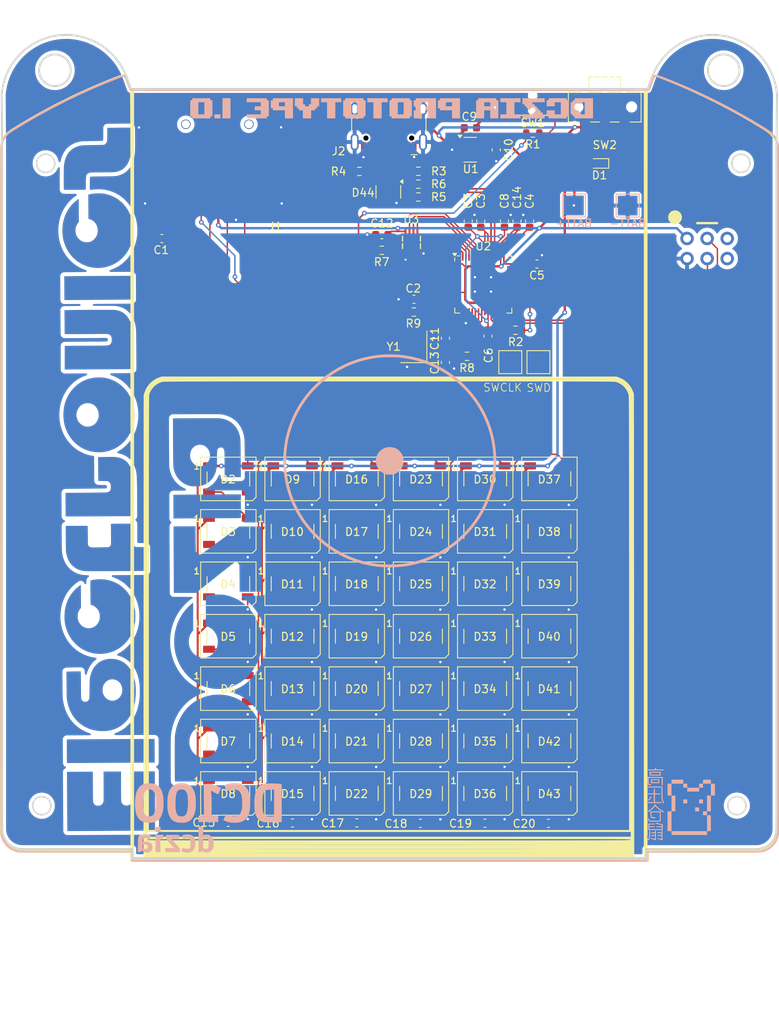
<source format=kicad_pcb>
(kicad_pcb (version 20241229) (generator "pcbnew") (generator_version "9.0")
  (title_block (title "Zippy Badge") (date "2025-04-28") (rev "1.1") (company "DCZia") (comment 1 "Proto Dos"))
  (layers (0 "F.Cu" signal) (2 "B.Cu" signal) (13 "F.Paste" user) (15 "B.Paste" user) (5 "F.SilkS" user "F.Silkscreen") (7 "B.SilkS" user "B.Silkscreen") (1 "F.Mask" user) (3 "B.Mask" user) (25 "Edge.Cuts" user))
  (net 0 "")
  (net 1 "GND")
  (net 2 "+3.3V")
  (net 3 "Net-(U2-VREG_VOUT)")
  (net 4 "VBUS")
  (net 5 "Net-(U2-XIN)")
  (net 6 "Net-(C13-Pad2)")
  (net 7 "Net-(D1-K)")
  (net 8 "Net-(D1-A)")
  (net 9 "Net-(D2-DIN)")
  (net 10 "Net-(D2-DOUT)")
  (net 11 "Net-(D3-DOUT)")
  (net 12 "Net-(D4-DOUT)")
  (net 13 "Net-(D5-DOUT)")
  (net 14 "Net-(D6-DOUT)")
  (net 15 "Net-(D7-DOUT)")
  (net 16 "Net-(D8-DOUT)")
  (net 17 "Net-(D10-DIN)")
  (net 18 "Net-(D10-DOUT)")
  (net 19 "Net-(D11-DOUT)")
  (net 20 "Net-(D12-DOUT)")
  (net 21 "Net-(D13-DOUT)")
  (net 22 "Net-(D14-DOUT)")
  (net 23 "Net-(D15-DOUT)")
  (net 24 "Net-(D16-DOUT)")
  (net 25 "Net-(D17-DOUT)")
  (net 26 "Net-(D18-DOUT)")
  (net 27 "Net-(D19-DOUT)")
  (net 28 "Net-(D20-DOUT)")
  (net 29 "Net-(D21-DOUT)")
  (net 30 "Net-(D22-DOUT)")
  (net 31 "Net-(D23-DOUT)")
  (net 32 "Net-(D24-DOUT)")
  (net 33 "Net-(D25-DOUT)")
  (net 34 "Net-(D26-DOUT)")
  (net 35 "Net-(D27-DOUT)")
  (net 36 "Net-(D28-DOUT)")
  (net 37 "Net-(D29-DOUT)")
  (net 38 "Net-(D30-DOUT)")
  (net 39 "Net-(D31-DOUT)")
  (net 40 "Net-(D32-DOUT)")
  (net 41 "Net-(D33-DOUT)")
  (net 42 "Net-(D34-DOUT)")
  (net 43 "Net-(D35-DOUT)")
  (net 44 "Net-(D36-DOUT)")
  (net 45 "Net-(D37-DOUT)")
  (net 46 "Net-(D38-DOUT)")
  (net 47 "Net-(D39-DOUT)")
  (net 48 "Net-(D40-DOUT)")
  (net 49 "Net-(D41-DOUT)")
  (net 50 "Net-(D42-DOUT)")
  (net 53 "SPI0_MISO")
  (net 56 "SPI0_MOSI")
  (net 57 "SD_CS")
  (net 58 "SPI0_SCK")
  (net 60 "Net-(J2-CC2)")
  (net 62 "Net-(J2-CC1)")
  (net 63 "SS")
  (net 64 "Net-(R1-Pad1)")
  (net 65 "Net-(U2-RUN)")
  (net 66 "Net-(U2-XOUT)")
  (net 67 "RGB")
  (net 69 "Net-(U2-SWCLK)")
  (net 70 "Net-(U2-SWD)")
  (net 75 "DS2")
  (net 79 "DS0")
  (net 85 "Net-(D44-K-Pad1)")
  (net 86 "SDA")
  (net 87 "CLK")
  (net 93 "DS3")
  (net 99 "DS1")
  (net 100 "SCL")
  (net 102 "SAO1")
  (net 103 "SAO2")
  (net 104 "/USB_P")
  (net 105 "/USB_N")
  (net 107 "Net-(D44-K-Pad2)")
  (footprint "LED_SMD:LED_WS2812B_PLCC4_5.0x5.0mm_P3.2mm" (layer "F.Cu") (at 110.02 110.93)
    (property "Reference" "D5")
    (property "Value" "WS2812B")
  )
  (footprint "LED_SMD:LED_WS2812B_PLCC4_5.0x5.0mm_P3.2mm" (layer "F.Cu") (at 134.38 91.07)
    (property "Reference" "D23")
    (property "Value" "WS2812B")
  )
  (footprint "LED_SMD:LED_WS2812B_PLCC4_5.0x5.0mm_P3.2mm" (layer "F.Cu") (at 126.26 104.31)
    (property "Reference" "D18")
    (property "Value" "WS2812B")
  )
  (footprint "LED_SMD:LED_WS2812B_PLCC4_5.0x5.0mm_P3.2mm" (layer "F.Cu") (at 142.5 130.79)
    (property "Reference" "D36")
    (property "Value" "WS2812B")
  )
  (footprint "Capacitor_SMD:C_0603_1608Metric" (layer "F.Cu") (at 126.275 134.51 180)
    (property "Reference" "C17")
    (property "Value" "0.1uF")
  )
  (footprint "LED_SMD:LED_WS2812B_PLCC4_5.0x5.0mm_P3.2mm" (layer "F.Cu") (at 134.38 97.69)
    (property "Reference" "D24")
    (property "Value" "WS2812B")
  )
  (footprint "LED_SMD:LED_WS2812B_PLCC4_5.0x5.0mm_P3.2mm" (layer "F.Cu") (at 110.02 124.17)
    (property "Reference" "D7")
    (property "Value" "WS2812B")
  )
  (footprint "Connector_USB:USB_C_Receptacle_HCTL_HC-TYPE-C-16P-01A" (layer "F.Cu") (at 130.31 45.415 180)
    (property "Reference" "J2")
    (property "Value" "USB-C")
  )
  (footprint "LED_SMD:LED_WS2812B_PLCC4_5.0x5.0mm_P3.2mm" (layer "F.Cu") (at 118.14 117.55)
    (property "Reference" "D13")
    (property "Value" "WS2812B")
  )
  (footprint "LED_SMD:LED_WS2812B_PLCC4_5.0x5.0mm_P3.2mm" (layer "F.Cu") (at 150.62 124.17)
    (property "Reference" "D42")
    (property "Value" "WS2812B")
  )
  (footprint "LED_SMD:LED_WS2812B_PLCC4_5.0x5.0mm_P3.2mm" (layer "F.Cu") (at 110.02 130.79)
    (property "Reference" "D8")
    (property "Value" "WS2812B")
  )
  (footprint "Package_TO_SOT_SMD:SOT-23-3" (layer "F.Cu") (at 130.25 54.81 -90)
    (property "Reference" "D44")
    (property "Value" "SP0503BAHT")
  )
  (footprint "LED_SMD:LED_WS2812B_PLCC4_5.0x5.0mm_P3.2mm" (layer "F.Cu") (at 110.02 91.07)
    (property "Reference" "D2")
    (property "Value" "WS2812B")
  )
  (footprint "Package_TO_SOT_SMD:SOT-23-5" (layer "F.Cu") (at 140.6025 49.49)
    (property "Reference" "U1")
    (property "Value" "NCP115ASN330T2G")
  )
  (footprint "LED_SMD:LED_WS2812B_PLCC4_5.0x5.0mm_P3.2mm" (layer "F.Cu") (at 126.26 124.17)
    (property "Reference" "D21")
    (property "Value" "WS2812B")
  )
  (footprint "Resistor_SMD:R_0603_1608Metric" (layer "F.Cu") (at 148.515 47.38 180)
    (property "Reference" "R1")
    (property "Value" "1k")
  )
  (footprint "Capacitor_SMD:C_0603_1608Metric" (layer "F.Cu") (at 140.625 46.72 180)
    (property "Reference" "C9")
    (property "Value" "1uF")
  )
  (footprint "Resistor_SMD:R_0603_1608Metric" (layer "F.Cu") (at 140.195 75.58)
    (property "Reference" "R8")
    (property "Value" "1k")
  )
  (footprint "Capacitor_SMD:C_0603_1608Metric" (layer "F.Cu") (at 146.52 58.495 -90)
    (property "Reference" "C14")
    (property "Value" "1uF")
  )
  (footprint "LED_SMD:LED_WS2812B_PLCC4_5.0x5.0mm_P3.2mm" (layer "F.Cu") (at 150.62 130.79)
    (property "Reference" "D43")
    (property "Value" "WS2812B")
  )
  (footprint "Resistor_SMD:R_0603_1608Metric" (layer "F.Cu") (at 133.485 69.99)
    (property "Reference" "R9")
    (property "Value" "10R")
  )
  (footprint "LED_SMD:LED_WS2812B_PLCC4_5.0x5.0mm_P3.2mm" (layer "F.Cu") (at 118.14 130.79)
    (property "Reference" "D15")
    (property "Value" "WS2812B")
  )
  (footprint "LED_SMD:LED_WS2812B_PLCC4_5.0x5.0mm_P3.2mm" (layer "F.Cu") (at 118.14 104.31)
    (property "Reference" "D11")
    (property "Value" "WS2812B")
  )
  (footprint "Capacitor_SMD:C_0603_1608Metric" (layer "F.Cu") (at 137.47 73.295 -90)
    (property "Reference" "C11")
    (property "Value" "15pF")
  )
  (footprint "lib_fp:SW_SPDT_CK-JS102011SAQN" (layer "F.Cu") (at 157.61 44.09 180)
    (property "Reference" "SW2")
    (property "Value" "SW_SPDT")
  )
  (footprint "LED_SMD:LED_WS2812B_PLCC4_5.0x5.0mm_P3.2mm" (layer "F.Cu") (at 118.14 124.17)
    (property "Reference" "D14")
    (property "Value" "WS2812B")
  )
  (footprint "Capacitor_SMD:C_0603_1608Metric" (layer "F.Cu") (at 149.035 63.93 180)
    (property "Reference" "C5")
    (property "Value" "0.1uF")
  )
  (footprint "LED_SMD:LED_WS2812B_PLCC4_5.0x5.0mm_P3.2mm" (layer "F.Cu") (at 142.5 117.55)
    (property "Reference" "D34")
    (property "Value" "WS2812B")
  )
  (footprint "Capacitor_SMD:C_0603_1608Metric" (layer "F.Cu") (at 129.43 60.22)
    (property "Reference" "C12")
    (property "Value" "0.1uF")
  )
  (footprint "Crystal:Crystal_SMD_Abracon_ABM8G-4Pin_3.2x2.5mm" (layer "F.Cu") (at 133.47 74.38 90)
    (property "Reference" "Y1")
    (property "Value" "ABM8-272-T3")
  )
  (footprint "LED_SMD:LED_WS2812B_PLCC4_5.0x5.0mm_P3.2mm" (layer "F.Cu") (at 134.38 104.31)
    (property "Reference" "D25")
    (property "Value" "WS2812B")
  )
  (footprint "LED_SMD:LED_WS2812B_PLCC4_5.0x5.0mm_P3.2mm" (layer "F.Cu") (at 134.38 110.93)
    (property "Reference" "D26")
    (property "Value" "WS2812B")
  )
  (footprint "LED_SMD:LED_WS2812B_PLCC4_5.0x5.0mm_P3.2mm" (layer "F.Cu") (at 126.26 130.79)
    (property "Reference" "D22")
    (property "Value" "WS2812B")
  )
  (footprint "LED_SMD:LED_WS2812B_PLCC4_5.0x5.0mm_P3.2mm" (layer "F.Cu") (at 150.62 117.55)
    (property "Reference" "D41")
    (property "Value" "WS2812B")
  )
  (footprint "TestPoint:TestPoint_Pad_2.5x2.5mm" (layer "F.Cu") (at 145.67 76.32)
    (property "Reference" "TP3" (hide yes))
    (property "Value" "SWCLK" (hide yes))
  )
  (footprint "Capacitor_SMD:C_0603_1608Metric" (layer "F.Cu") (at 118.125 134.53 180)
    (property "Reference" "C16")
    (property "Value" "0.1uF")
  )
  (footprint "LED_SMD:LED_WS2812B_PLCC4_5.0x5.0mm_P3.2mm" (layer "F.Cu") (at 142.5 104.31)
    (property "Reference" "D32")
    (property "Value" "WS2812B")
  )
  (footprint "Capacitor_SMD:C_0603_1608Metric" (layer "F.Cu") (at 142.845 73.03 90)
    (property "Reference" "C6")
    (property "Value" "0.1uF")
  )
  (footprint "lib_fp:W25Q16JVUXIQ_WIN" (layer "F.Cu") (at 133.174999 61.1984 90)
    (property "Reference" "U3")
    (property "Value" "W25Q32RV")
  )
  (footprint "Diode_SMD:D_SOD-523" (layer "F.Cu") (at 156.86 51.22 180)
    (property "Reference" "D1")
    (property "Value" "D_Schottky")
  )
  (footprint "lib_fp:MicroSD-Socket-Seeed-320090008" (layer "F.Cu") (at 107.69 46.28 180)
    (property "Reference" "J1")
    (property "Value" "Micro_SD_Card_SPI" (hide yes))
  )
  (footprint "lib_fp:Badgelife-Shitty-v1.69bis" (layer "F.Cu") (at 170.56 61.97)
    (property "Reference" "X1" (hide yes))
    (property "Value" "Badgelife_sao_connector_v169bis" (hide yes))
  )
  (footprint "LED_SMD:LED_WS2812B_PLCC4_5.0x5.0mm_P3.2mm" (layer "F.Cu") (at 110.02 97.69)
    (property "Reference" "D3")
    (property "Value" "WS2812B")
  )
  (footprint "LED_SMD:LED_WS2812B_PLCC4_5.0x5.0mm_P3.2mm" (layer "F.Cu") (at 150.62 91.07)
    (property "Reference" "D37")
    (property "Value" "WS2812B")
  )
  (footprint "Capacitor_SMD:C_0603_1608Metric" (layer "F.Cu") (at 143.89 49.505 90)
    (property "Reference" "C10")
    (property "Value" "1uF")
  )
  (footprint "LED_SMD:LED_WS2812B_PLCC4_5.0x5.0mm_P3.2mm" (layer "F.Cu") (at 110.02 117.55)
    (property "Reference" "D6")
    (property "Value" "WS2812B")
  )
  (footprint "Resistor_SMD:R_0603_1608Metric" (layer "F.Cu") (at 134.04 52.21)
    (property "Reference" "R3")
    (property "Value" "5.1k")
  )
  (footprint "LED_SMD:LED_WS2812B_PLCC4_5.0x5.0mm_P3.2mm" (layer "F.Cu") (at 126.26 97.69)
    (property "Reference" "D17")
    (property "Value" "WS2812B")
  )
  (footprint "LED_SMD:LED_WS2812B_PLCC4_5.0x5.0mm_P3.2mm" (layer "F.Cu") (at 142.5 110.93)
    (property "Reference" "D33")
    (property "Value" "WS2812B")
  )
  (footprint "Resistor_SMD:R_0603_1608Metric" (layer "F.Cu") (at 146.335 72.29)
    (property "Reference" "R2")
    (property "Value" "10k")
  )
  (footprint "LED_SMD:LED_WS2812B_PLCC4_5.0x5.0mm_P3.2mm" (layer "F.Cu") (at 134.38 124.17)
    (property "Reference" "D28")
    (property "Value" "WS2812B")
  )
  (footprint "LED_SMD:LED_WS2812B_PLCC4_5.0x5.0mm_P3.2mm" (layer "F.Cu") (at 142.5 124.17)
    (property "Reference" "D35")
    (property "Value" "WS2812B")
  )
  (footprint "Package_DFN_QFN:QFN-56-1EP_7x7mm_P0.4mm_EP3.2x3.2mm" (layer "F.Cu") (at 142.255 66.5125)
    (property "Reference" "U2")
    (property "Value" "RP2040")
  )
  (footprint "Resistor_SMD:R_0603_1608Metric" (layer "F.Cu") (at 134.04 55.46)
    (property "Reference" "R5")
    (property "Value" "27R")
  )
  (footprint "Capacitor_SMD:C_0603_1608Metric" (layer "F.Cu") (at 140.35 58.495 -90)
    (property "Reference" "C7")
    (property "Value" "0.1uF")
  )
  (footprint "LED_SMD:LED_WS2812B_PLCC4_5.0x5.0mm_P3.2mm" (layer "F.Cu") (at 118.14 97.69)
    (property "Reference" "D10")
    (property "Value" "WS2812B")
  )
  (footprint "Capacitor_SMD:C_0603_1608Metric" (layer "F.Cu") (at 141.935 58.495 -90)
    (property "Reference" "C3")
    (property "Value" "0.1uF")
  )
  (footprint "Resistor_SMD:R_0603_1608Metric" (layer "F.Cu") (at 129.42 62.19 180)
    (property "Reference" "R7")
    (property "Value" "10k")
  )
  (footprint "Capacitor_SMD:C_0603_1608Metric" (layer "F.Cu") (at 110.005 134.44 180)
    (property "Reference" "C15")
    (property "Value" "0.1uF")
  )
  (footprint "Capacitor_SMD:C_0603_1608Metric" (layer "F.Cu") (at 137.47 76.355 90)
    (property "Reference" "C13")
    (property "Value" "15pF")
  )
  (footprint "Capacitor_SMD:C_0603_1608Metric" (layer "F.Cu") (at 148.11 58.495 -90)
    (property "Reference" "C4")
    (property "Value" "0.1uF")
  )
  (footprint "LED_SMD:LED_WS2812B_PLCC4_5.0x5.0mm_P3.2mm" (layer "F.Cu") (at 118.14 91.07)
    (property "Reference" "D9")
    (property "Value" "WS2812B")
  )
  (footprint "Capacitor_SMD:C_0603_1608Metric" (layer "F.Cu") (at 133.485 68.38)
    (property "Reference" "C2")
    (property "Value" "0.1uF")
  )
  (footprint "LED_SMD:LED_WS2812B_PLCC4_5.0x5.0mm_P3.2mm" (layer "F.Cu") (at 150.62 97.69)
    (property "Reference" "D38")
    (property "Value" "WS2812B")
  )
  (footprint "Button_Switch_SMD:SW_SPST_EVQP7C" (layer "F.Cu") (at 148.5 43.6 180)
    (property "Reference" "SW1")
    (property "Value" "Boot Select")
  )
  (footprint "LED_SMD:LED_WS2812B_PLCC4_5.0x5.0mm_P3.2mm" (layer "F.Cu") (at 126.26 91.07)
    (property "Reference" "D16")
    (property "Value" "WS2812B")
  )
  (footprint "Capacitor_SMD:C_0603_1608Metric" (layer "F.Cu") (at 144.935 58.495 -90)
    (property "Reference" "C8")
    (property "Value" "1uF")
  )
  (footprint "LED_SMD:LED_WS2812B_PLCC4_5.0x5.0mm_P3.2mm" (layer "F.Cu") (at 110.02 104.31)
    (property "Reference" "D4")
    (property "Value" "WS2812B")
  )
  (footprint "LED_SMD:LED_WS2812B_PLCC4_5.0x5.0mm_P3.2mm" (layer "F.Cu") (at 126.26 117.55)
    (property "Reference" "D20")
    (property "Value" "WS2812B")
  )
  (footprint "Capacitor_SMD:C_0603_1608Metric" (layer "F.Cu") (at 134.295 134.57 180)
    (property "Reference" "C18")
    (property "Value" "0.1uF")
  )
  (footprint "Resistor_SMD:R_0603_1608Metric" (layer "F.Cu") (at 126.59 52.23 180)
    (property "Reference" "R4")
    (property "Value" "5.1k")
  )
  (footprint "LED_SMD:LED_WS2812B_PLCC4_5.0x5.0mm_P3.2mm" (layer "F.Cu") (at 118.14 110.93)
    (property "Reference" "D12")
    (property "Value" "WS2812B")
  )
  (footprint "lib_fp:Front Silk" (layer "F.Cu") (at 130.115007 86.279946)
    (property "Reference" "G***" (hide yes))
    (property "Value" "LOGO" (hide yes))
  )
  (footprint "Capacitor_SMD:C_0603_1608Metric" (layer "F.Cu") (at 142.465 134.55 180)
    (property "Reference" "C19")
    (property "Value" "0.1uF")
  )
  (footprint "Resistor_SMD:R_0603_1608Metric" (layer "F.Cu") (at 134.04 53.835 180)
    (property "Reference" "R6")
    (property "Value" "27R")
  )
  (footprint "LED_SMD:LED_WS2812B_PLCC4_5.0x5.0mm_P3.2mm" (layer "F.Cu") (at 150.62 110.93)
    (property "Reference" "D40")
    (property "Value" "WS2812B")
  )
  (footprint "Capacitor_SMD:C_0603_1608Metric" (layer "F.Cu") (at 101.615 60.71)
    (property "Reference" "C1")
    (property "Value" "0.1uF")
  )
  (footprint "LED_SMD:LED_WS2812B_PLCC4_5.0x5.0mm_P3.2mm" (layer "F.Cu") (at 126.26 110.93)
    (property "Reference" "D19")
    (property "Value" "WS2812B")
  )
  (footprint "LED_SMD:LED_WS2812B_PLCC4_5.0x5.0mm_P3.2mm" (layer "F.Cu") (at 142.5 91.07)
    (property "Reference" "D30")
    (property "Value" "WS2812B")
  )
  (footprint "LED_SMD:LED_WS2812B_PLCC4_5.0x5.0mm_P3.2mm" (layer "F.Cu") (at 134.38 117.55)
    (property "Reference" "D27")
    (property "Value" "WS2812B")
  )
  (footprint "LED_SMD:LED_WS2812B_PLCC4_5.0x5.0mm_P3.2mm" (layer "F.Cu") (at 134.38 130.79)
    (property "Reference" "D29")
    (property "Value" "WS2812B")
  )
  (footprint "LED_SMD:LED_WS2812B_PLCC4_5.0x5.0mm_P3.2mm" (layer "F.Cu") (at 142.5 97.69)
    (property "Reference" "D31")
    (property "Value" "WS2812B")
  )
  (footprint "TestPoint:TestPoint_Pad_2.5x2.5mm" (layer "F.Cu") (at 149.23 76.32)
    (property "Reference" "TP4" (hide yes))
    (property "Value" "SWD" (hide yes))
  )
  (footprint "Capacitor_SMD:C_0603_1608Metric" (layer "F.Cu") (at 150.505 134.57 180)
    (property "Reference" "C20")
    (property "Value" "0.1uF")
  )
  (footprint "LED_SMD:LED_WS2812B_PLCC4_5.0x5.0mm_P3.2mm" (layer "F.Cu") (at 150.62 104.31)
    (property "Reference" "D39")
    (property "Value" "WS2812B")
  )
  (footprint "TestPoint:TestPoint_Pad_2.5x2.5mm" (layer "B.Cu") (at 160.51 56.54 180)
    (property "Reference" "TP2" (hide yes))
    (property "Value" "BATT-")
  )
  (footprint "lib_fp:dczia-electronics" (layer "B.Cu") (at 133.944027 91.39552 90)
    (property "Reference" "G***" (hide yes))
    (property "Value" "LOGO" (hide yes))
  )
  (footprint "lib_fp:Back Silk" (layer "B.Cu") (at 130.64 86.19 180)
    (property "Reference" "G***" (hide yes))
    (property "Value" "LOGO" (hide yes))
  )
  (footprint "TestPoint:TestPoint_Pad_2.5x2.5mm" (layer "B.Cu") (at 153.71 56.53 180)
    (property "Reference" "TP1" (hide yes))
    (property "Value" "BATT+")
  )
  (footprint "lib_fp:hamster" (layer "B.Cu") (at 167.22 132.12 180)
    (property "Reference" "G***" (hide yes))
    (property "Value" "LOGO" (hide yes))
  )
  (gr_line (start 179.332 49.166) (end 179.390852 42.547126) (stroke (width 0.25)) (layer "Edge.Cuts"))
  (gr_line (start 162.8855 138.96874) (end 97.8615 138.96874) (stroke (width 0.25)) (layer "Edge.Cuts"))
  (gr_circle (center 174.32 132.33) (end 175.47 132.33) (stroke (width 0.2)) (fill no) (layer "Edge.Cuts"))
  (gr_curve (pts (xy 82.161557 137.084396) (xy 82.044275 136.967453) (xy 81.939003 136.839832) (xy 81.846012 136.701285)) (stroke (width 0.25)) (layer "Edge.Cuts"))
  (gr_line (start 81.415 49.166) (end 81.358168 42.55014) (stroke (width 0.25)) (layer "Edge.Cuts"))
  (gr_circle (center 86.92 51.21) (end 88.07 51.21) (stroke (width 0.2)) (fill no) (layer "Edge.Cuts"))
  (gr_line (start 179.332 49.166) (end 179.332 135.28574) (stroke (width 0.25)) (layer "Edge.Cuts"))
  (gr_curve (pts (xy 81.846012 136.701285) (xy 81.75302 136.562739) (xy 81.673632 136.414624) (xy 81.610004 136.261749)) (stroke (width 0.25)) (layer "Edge.Cuts"))
  (gr_curve (pts (xy 179.283111 135.781687) (xy 179.250747 135.944253) (xy 179.201739 136.10581) (xy 179.137856 136.259679)) (stroke (width 0.25)) (layer "Edge.Cuts"))
  (gr_line (start 162.8855 137.82574) (end 162.8855 138.96874) (stroke (width 0.25)) (layer "Edge.Cuts"))
  (gr_circle (center 88.089019 39.453159) (end 86.089019 39.453159) (stroke (width 0.25)) (fill no) (layer "Edge.Cuts"))
  (gr_curve (pts (xy 82.984677 137.633094) (xy 82.831099 137.56961) (xy 82.685403 137.491905) (xy 82.547508 137.400111)) (stroke (width 0.25)) (layer "Edge.Cuts"))
  (gr_line (start 97.6964 41.81374) (end 163.0506 41.81374) (stroke (width 0.25)) (layer "Edge.Cuts"))
  (gr_line (start 97.8615 137.82574) (end 83.955 137.82574) (stroke (width 0.25)) (layer "Edge.Cuts"))
  (gr_curve (pts (xy 82.547508 137.400111) (xy 82.409614 137.308318) (xy 82.278839 137.201338) (xy 82.161557 137.084396)) (stroke (width 0.25)) (layer "Edge.Cuts"))
  (gr_curve (pts (xy 178.58671 137.083131) (xy 178.35243 137.317061) (xy 178.069391 137.505843) (xy 177.764409 137.632231)) (stroke (width 0.25)) (layer "Edge.Cuts"))
  (gr_curve (pts (xy 178.903488 136.697554) (xy 178.811168 136.835626) (xy 178.70385 136.966166) (xy 178.58671 137.083131)) (stroke (width 0.25)) (layer "Edge.Cuts"))
  (gr_line (start 97.135 40.269044) (end 97.6964 41.81374) (stroke (width 0.25)) (layer "Edge.Cuts"))
  (gr_line (start 81.415 135.28574) (end 81.415 49.166) (stroke (width 0.25)) (layer "Edge.Cuts"))
  (gr_arc (start 81.358167 42.55014) (mid 88.330442 35.073248) (end 97.135 40.269044) (stroke (width 0.25)) (layer "Edge.Cuts"))
  (gr_curve (pts (xy 177.764409 137.632231) (xy 177.459428 137.758618) (xy 177.126781 137.82574) (xy 176.792 137.82574)) (stroke (width 0.25)) (layer "Edge.Cuts"))
  (gr_curve (pts (xy 83.461057 137.77725) (xy 83.299136 137.745149) (xy 83.138254 137.696579) (xy 82.984677 137.633094)) (stroke (width 0.25)) (layer "Edge.Cuts"))
  (gr_curve (pts (xy 81.610004 136.261749) (xy 81.482749 135.956001) (xy 81.415 135.621992) (xy 81.415 135.28574)) (stroke (width 0.25)) (layer "Edge.Cuts"))
  (gr_circle (center 172.66 39.45) (end 174.66 39.45) (stroke (width 0.25)) (fill no) (layer "Edge.Cuts"))
  (gr_arc (start 163.614019 40.265885) (mid 172.418577 35.070089) (end 179.390852 42.546981) (stroke (width 0.25)) (layer "Edge.Cuts"))
  (gr_line (start 97.8615 137.82574) (end 97.8615 138.96874) (stroke (width 0.25)) (layer "Edge.Cuts"))
  (gr_circle (center 86.43 132.34) (end 87.58 132.34) (stroke (width 0.2)) (fill no) (layer "Edge.Cuts"))
  (gr_line (start 163.0506 41.81374) (end 163.614019 40.265885) (stroke (width 0.25)) (layer "Edge.Cuts"))
  (gr_line (start 176.792 137.82574) (end 162.8855 137.82574) (stroke (width 0.25)) (layer "Edge.Cuts"))
  (gr_curve (pts (xy 83.955 137.82574) (xy 83.787587 137.82574) (xy 83.622978 137.80935) (xy 83.461057 137.77725)) (stroke (width 0.25)) (layer "Edge.Cuts"))
  (gr_circle (center 174.83 51.21) (end 175.98 51.21) (stroke (width 0.2)) (fill no) (layer "Edge.Cuts"))
  (gr_curve (pts (xy 179.332 135.28574) (xy 179.332 135.453844) (xy 179.315476 135.619121) (xy 179.283111 135.781687)) (stroke (width 0.25)) (layer "Edge.Cuts"))
  (gr_curve (pts (xy 179.137856 136.259679) (xy 179.073974 136.413548) (xy 178.995808 136.559482) (xy 178.903488 136.697554)) (stroke (width 0.25)) (layer "Edge.Cuts"))
  (gr_text "SWD" (at 147.66 80.15 0) (layer "F.SilkS") (effects (font (size 1 1) (thickness 0.1)) (justify left bottom)))
  (gr_text "SWCLK" (at 142.18 80.11 0) (layer "F.SilkS") (effects (font (size 1 1) (thickness 0.1)) (justify left bottom)))
  (segment (start 99.49 56.28) (end 99.48 56.28) (width 0.2032) (layer "F.Cu") (net 1))
  (segment (start 120.58 105.96) (end 120.58 107.56) (width 0.2) (layer "F.Cu") (net 1))
  (segment (start 142.3175 45.5075) (end 143.675 44.15) (width 0.3048) (layer "F.Cu") (net 1))
  (segment (start 118.9 134.53) (end 120.11 134.53) (width 0.2) (layer "F.Cu") (net 1))
  (segment (start 136.83 132.46) (end 136.83 134.06) (width 0.2) (layer "F.Cu") (net 1))
  (segment (start 144.95 119.21) (end 144.95 120.81) (width 0.2) (layer "F.Cu") (net 1))
  (segment (start 100.84 56.53) (end 101.135 56.825) (width 0.2032) (layer "F.Cu") (net 1))
  (segment (start 132.62 75.48) (end 132.62 76.92) (width 0.1778) (layer "F.Cu") (net 1))
  (segment (start 142.3175 45.5075) (end 141.105 46.72) (width 0.3048) (layer "F.Cu") (net 1))
  (segment (start 132.71 68.38) (end 131.54 68.38) (width 0.1778) (layer "F.Cu") (net 1))
  (segment (start 141.255 70.745) (end 140.61 71.39) (width 0.1778) (layer "F.Cu") (net 1))
  (segment (start 136.83 92.74) (end 136.83 94.34) (width 0.2) (layer "F.Cu") (net 1))
  (segment (start 133.925 62.5968) (end 134.6868 62.5968) (width 0.1778) (layer "F.Cu") (net 1))
  (segment (start 131.0175 55.9475) (end 131.28 56.21) (width 0.2032) (layer "F.Cu") (net 1))
  (segment (start 150.3 44.32) (end 149.4301 45.1899) (width 0.1778) (layer "F.Cu") (net 1))
  (segment (start 152.56 134.57) (end 151.28 134.57) (width 0.2) (layer "F.Cu") (net 1))
  (segment (start 120.59 112.59) (end 120.59 114.19) (width 0.2) (layer "F.Cu") (net 1))
  (segment (start 128.71 125.84) (end 128.71 127.44) (width 0.2) (layer "F.Cu") (net 1))
  (segment (start 128.71 112.6) (end 128.71 114.2) (width 0.2) (layer "F.Cu") (net 1))
  (segment (start 153.07 119.22) (end 153.07 120.82) (width 0.2) (layer "F.Cu") (net 1))
  (segment (start 149.81 62.94) (end 149.68 62.81) (width 0.1778) (layer "F.Cu") (net 1))
  (segment (start 136.71 73.28) (end 137.47 72.52) (width 0.1778) (layer "F.Cu") (net 1))
  (segment (start 112.47 125.82) (end 112.47 127.42) (width 0.2) (layer "F.Cu") (net 1))
  (segment (start 144.95 92.73) (end 144.95 94.33) (width 0.2) (layer "F.Cu") (net 1))
  (segment (start 153.06 105.97) (end 153.06 107.57) (width 0.2) (layer "F.Cu") (net 1))
  (segment (start 128.71 92.74) (end 128.71 94.34) (width 0.2) (layer "F.Cu") (net 1))
  (segment (start 128.71 119.22) (end 128.71 120.82) (width 0.2) (layer "F.Cu") (net 1))
  (segment (start 128.26 134.51) (end 128.71 134.06) (width 0.2) (layer "F.Cu") (net 1))
  (segment (start 147.31 57.72) (end 148.11 57.72) (width 0.1778) (layer "F.Cu") (net 1))
  (segment (start 144.95 125.83) (end 144.95 127.43) (width 0.2) (layer "F.Cu") (net 1))
  (segment (start 141.255 69.95) (end 141.255 70.745) (width 0.1778) (layer "F.Cu") (net 1))
  (segment (start 140.35 57.72) (end 141.14 57.72) (width 0.1778) (layer "F.Cu") (net 1))
  (segment (start 110.99 58.33) (end 110.98 58.34) (width 0.3048) (layer "F.Cu") (net 1))
  (segment (start 112.07 134.44) (end 112.47 134.04) (width 0.2) (layer "F.Cu") (net 1))
  (segment (start 112.47 99.35) (end 112.47 100.95) (width 0.2) (layer "F.Cu") (net 1))
  (segment (start 133.51 49.16) (end 133.51 50.41) (width 0.3048) (layer "F.Cu") (net 1))
  (segment (start 112.47 132.44) (end 112.47 134.04) (width 0.2) (layer "F.Cu") (net 1))
  (segment (start 142.845 73.805) (end 142.845 75.085) (width 0.1778) (layer "F.Cu") (net 1))
  (segment (start 153.07 99.37) (end 153.07 100.97) (width 0.2) (layer "F.Cu") (net 1))
  (segment (start 136.83 112.6) (end 136.83 114.2) (width 0.2) (layer "F.Cu") (net 1))
  (segment (start 149.81 63.93) (end 149.81 62.94) (width 0.1778) (layer "F.Cu") (net 1))
  (segment (start 116.66 46.68) (end 116.68 46.66) (width 0.2032) (layer "F.Cu") (net 1))
  (segment (start 142.845 75.085) (end 142.85 75.09) (width 0.1778) (layer "F.Cu") (net 1))
  (segment (start 101.135 56.825) (end 101.135 60.71) (width 0.2032) (layer "F.Cu") (net 1))
  (segment (start 134.6868 62.5968) (end 134.69 62.6) (width 0.1778) (layer "F.Cu") (net 1))
  (segment (start 136.32 134.57) (end 136.83 134.06) (width 0.2) (layer "F.Cu") (net 1))
  (segment (start 112.47 112.58) (end 112.47 114.18) (width 0.2) (layer "F.Cu") (net 1))
  (segment (start 134.32 73.28) (end 135.97 73.28) (width 0.1778) (layer "F.Cu") (net 1))
  (segment (start 100.84 56.28) (end 99.49 56.28) (width 0.2032) (layer "F.Cu") (net 1))
  (segment (start 128.71 132.46) (end 128.71 134.06) (width 0.2) (layer "F.Cu") (net 1))
  (segment (start 120.59 119.21) (end 120.59 120.81) (width 0.2) (layer "F.Cu") (net 1))
  (segment (start 136.83 99.37) (end 136.83 100.97) (width 0.2) (layer "F.Cu") (net 1))
  (segment (start 120.59 99.36) (end 120.59 100.96) (width 0.2) (layer "F.Cu") (net 1))
  (segment (start 112.46 105.95) (end 112.46 107.55) (width 0.2) (layer "F.Cu") (net 1))
  (segment (start 144.94 105.96) (end 144.94 107.56) (width 0.2) (layer "F.Cu") (net 1))
  (segment (start 137.47 77.13) (end 138.56 77.13) (width 0.1778) (layer "F.Cu") (net 1))
  (segment (start 144.95 132.45) (end 144.95 134.05) (width 0.2) (layer "F.Cu") (net 1))
  (segment (start 146.52 57.72) (end 147.31 57.72) (width 0.1778) (layer "F.Cu") (net 1))
  (segment (start 110.78 134.44) (end 112.07 134.44) (width 0.2) (layer "F.Cu") (net 1))
  (segment (start 143.24 134.55) (end 144.45 134.55) (width 0.2) (layer "F.Cu") (net 1))
  (segment (start 153.07 134.06) (end 152.56 134.57) (width 0.2) (layer "F.Cu") (net 1))
  (segment (start 120.59 92.73) (end 120.59 94.33) (width 0.2) (layer "F.Cu") (net 1))
  (segment (start 143.73 44.15) (end 146.53 44.15) (width 0.3048) (layer "F.Cu") (net 1))
  (segment (start 144.95 112.59) (end 144.95 114.19) (width 0.2) (layer "F.Cu") (net 1))
  (segment (start 144.45 134.55) (end 144.95 134.05) (width 0.2) (layer "F.Cu") (net 1))
  (segment (start 120.59 132.45) (end 120.59 134.05) (width 0.2) (layer "F.Cu") (net 1))
  (segment (start 112.47 92.72) (end 112.47 94.32) (width 0.2) (layer "F.Cu") (net 1))
  (segment (start 136.83 125.84) (end 136.83 127.44) (width 0.2) (layer "F.Cu") (net 1))
  (segment (start 141.14 57.72) (end 141.935 57.72) (width 0.1778) (layer "F.Cu") (net 1))
  (segment (start 116.77 56.28) (end 116.78 56.27) (width 0.2032) (layer "F.Cu") (net 1))
  (segment (start 144.95 99.36) (end 144.95 100.96) (width 0.2) (layer "F.Cu") (net 1))
  (segment (start 130.25 55.9475) (end 131.0175 55.9475) (width 0.2032) (layer "F.Cu") (net 1))
  (segment (start 149.4301 45.1899) (end 147.5699 45.1899) (width 0.1778) (layer "F.Cu") (net 1))
  (segment (start 115.44 56.28) (end 116.77 56.28) (width 0.2032) (layer "F.Cu") (net 1))
  (segment (start 153.07 92.74) (end 153.07 94.34) (width 0.2) (layer "F.Cu") (net 1))
  (segment (start 127.11 49.16) (end 127.11 50.43) (width 0.3048) (layer "F.Cu") (net 1))
  (segment (start 145.72 57.72) (end 146.52 57.72) (width 0.1778) (layer "F.Cu") (net 1))
  (segment (start 120.59 125.83) (end 120.59 127.43) (width 0.2) (layer "F.Cu") (net 1))
  (segment (start 143.89 49.985) (end 143.89 50.94) (width 0.2032) (layer "F.Cu") (net 1))
  (segment (start 99.94 46.68) (end 98.72 46.68) (width 0.2032) (layer "F.Cu") (net 1))
  (segment (start 143.675 44.15) (end 143.73 44.15) (width 0.3048) (layer "F.Cu") (net 1))
  (segment (start 135.97 73.28) (end 136.71 73.28) (width 0.1778) (layer "F.Cu") (net 1))
  (segment (start 147.5699 45.1899) (end 146.7 44.32) (width 0.1778) (layer "F.Cu") (net 1))
  (segment (start 110.99 56.78) (end 110.99 58.33) (width 0.3048) (layer "F.Cu") (net 1))
  (segment (start 135.07 134.57) (end 136.32 134.57) (width 0.2) (layer "F.Cu") (net 1))
  (segment (start 127.05 134.51) (end 128.26 134.51) (width 0.2) (layer "F.Cu") (net 1))
  (segment (start 139.465 49.49) (end 138.31 49.49) (width 0.3048) (layer "F.Cu") (net 1))
  (segment (start 146.53 44.15) (end 146.7 44.32) (width 0.3048) (layer "F.Cu") (net 1))
  (segment (start 136.83 119.22) (end 136.83 120.82) (width 0.2) (layer "F.Cu") (net 1))
  (segment (start 136.82 105.97) (end 136.82 107.57) (width 0.2) (layer "F.Cu") (net 1))
  (segment (start 140.61 71.39) (end 140.05 71.39) (width 0.1778) (layer "F.Cu") (net 1))
  (segment (start 120.11 134.53) (end 120.59 134.05) (width 0.2) (layer "F.Cu") (net 1))
  (segment (start 100.84 56.28) (end 100.84 56.53) (width 0.2032) (layer "F.Cu") (net 1))
  (segment (start 153.07 112.6) (end 153.07 114.2) (width 0.2) (layer "F.Cu") (net 1))
  (segment (start 153.07 125.84) (end 153.07 127.44) (width 0.2) (layer "F.Cu") (net 1))
  (segment (start 153.07 132.46) (end 153.07 134.06) (width 0.2) (layer "F.Cu") (net 1))
  (segment (start 128.7 105.97) (end 128.7 107.57) (width 0.2) (layer "F.Cu") (net 1))
  (segment (start 128.71 99.37) (end 128.71 100.97) (width 0.2) (layer "F.Cu") (net 1))
  (segment (start 144.935 57.72) (end 145.72 57.72) (width 0.1778) (layer "F.Cu") (net 1))
  (segment (start 112.47 119.2) (end 112.47 120.8) (width 0.2) (layer "F.Cu") (net 1))
  (segment (start 128.655 60.22) (end 127.58 60.22) (width 0.2032) (layer "F.Cu") (net 1))
  (segment (start 115.44 46.68) (end 116.66 46.68) (width 0.2032) (layer "F.Cu") (net 1))
  (via (at 131.28 56.21) (size 0.6) (drill 0.3) (layers "F.Cu" "B.Cu") (net 1))
  (via (at 132.62 76.92) (size 0.6) (drill 0.3) (layers "F.Cu" "B.Cu") (net 1))
  (via (at 112.46 107.55) (size 0.6) (drill 0.3) (layers "F.Cu" "B.Cu") (net 1))
  (via (at 143.24 67.41) (size 0.6) (drill 0.3) (layers "F.Cu" "B.Cu") (net 1))
  (via (at 153.07 127.44) (size 0.6) (drill 0.3) (layers "F.Cu" "B.Cu") (net 1))
  (via (at 136.83 100.97) (size 0.6) (drill 0.3) (layers "F.Cu" "B.Cu") (net 1))
  (via (at 112.47 114.18) (size 0.6) (drill 0.3) (layers "F.Cu" "B.Cu") (net 1))
  (via (at 136.83 120.82) (size 0.6) (drill 0.3) (layers "F.Cu" "B.Cu") (net 1))
  (via (at 128.7 107.57) (size 0.6) (drill 0.3) (layers "F.Cu" "B.Cu") (net 1))
  (via (at 110.98 58.34) (size 0.6) (drill 0.3) (layers "F.Cu" "B.Cu") (net 1))
  (via (at 153.07 134.06) (size 0.6) (drill 0.3) (layers "F.Cu" "B.Cu") (net 1))
  (via (at 127.58 60.22) (size 0.6) (drill 0.3) (layers "F.Cu" "B.Cu") (net 1))
  (via (at 144.95 114.19) (size 0.6) (drill 0.3) (layers "F.Cu" "B.Cu") (net 1))
  (via (at 149.68 62.81) (size 0.6) (drill 0.3) (layers "F.Cu" "B.Cu") (net 1))
  (via (at 112.47 134.04) (size 0.6) (drill 0.3) (layers "F.Cu" "B.Cu") (net 1))
  (via (at 128.71 127.44) (size 0.6) (drill 0.3) (layers "F.Cu" "B.Cu") (net 1))
  (via (at 135.97 73.28) (size 0.6) (drill 0.3) (layers "F.Cu" "B.Cu") (net 1))
  (via (at 120.59 94.33) (size 0.6) (drill 0.3) (layers "F.Cu" "B.Cu") (net 1))
  (via (at 136.83 127.44) (size 0.6) (drill 0.3) (layers "F.Cu" "B.Cu") (net 1))
  (via (at 153.07 94.34) (size 0.6) (drill 0.3) (layers "F.Cu" "B.Cu") (net 1))
  (via (at 144.95 94.33) (size 0.6) (drill 0.3) (layers "F.Cu" "B.Cu") (net 1))
  (via (at 141.19 65.59) (size 0.6) (drill 0.3) (layers "F.Cu" "B.Cu") (net 1))
  (via (at 141.19 67.41) (size 0.6) (drill 0.3) (layers "F.Cu" "B.Cu") (net 1))
  (via (at 134.69 62.6) (size 0.6) (drill 0.3) (layers "F.Cu" "B.Cu") (net 1))
  (via (at 116.68 46.66) (size 0.6) (drill 0.3) (layers "F.Cu" "B.Cu") (net 1))
  (via (at 153.06 107.57) (size 0.6) (drill 0.3) (layers "F.Cu" "B.Cu") (net 1))
  (via (at 144.95 134.05) (size 0.6) (drill 0.3) (layers "F.Cu" "B.Cu") (net 1))
  (via (at 138.56 77.13) (size 0.6) (drill 0.3) (layers "F.Cu" "B.Cu") (net 1))
  (via (at 112.47 120.8) (size 0.6) (drill 0.3) (layers "F.Cu" "B.Cu") (net 1))
  (via (at 128.71 94.34) (size 0.6) (drill 0.3) (layers "F.Cu" "B.Cu") (net 1))
  (via (at 133.51 50.41) (size 0.6) (drill 0.3) (layers "F.Cu" "B.Cu") (net 1))
  (via (at 142.85 75.09) (size 0.6) (drill 0.3) (layers "F.Cu" "B.Cu") (net 1))
  (via (at 120.59 114.19) (size 0.6) (drill 0.3) (layers "F.Cu" "B.Cu") (net 1))
  (via (at 136.83 94.34) (size 0.6) (drill 0.3) (layers "F.Cu" "B.Cu") (net 1))
  (via (at 128.71 134.06) (size 0.6) (drill 0.3) (layers "F.Cu" "B.Cu") (net 1))
  (via (at 120.59 120.81) (size 0.6) (drill 0.3) (layers "F.Cu" "B.Cu") (net 1))
  (via (at 120.59 134.05) (size 0.6) (drill 0.3) (layers "F.Cu" "B.Cu") (net 1))
  (via (at 143.73 44.15) (size 0.6) (drill 0.3) (layers "F.Cu" "B.Cu") (net 1))
  (via (at 112.47 100.95) (size 0.6) (drill 0.3) (layers "F.Cu" "B.Cu") (net 1))
  (via (at 99.49 56.28) (size 0.6) (drill 0.3) (layers "F.Cu" "B.Cu") (net 1))
  (via (at 143.24 65.6) (size 0.6) (drill 0.3) (layers "F.Cu" "B.Cu") (net 1))
  (via (at 144.94 107.56) (size 0.6) (drill 0.3) (layers "F.Cu" "B.Cu") (net 1))
  (via (at 128.71 100.97) (size 0.6) (drill 0.3) (layers "F.Cu" "B.Cu") (net 1))
  (via (at 116.77 56.28) (size 0.6) (drill 0.3) (layers "F.Cu" "B.Cu") (net 1))
  (via (at 144.95 120.81) (size 0.6) (drill 0.3) (layers "F.Cu" "B.Cu") (net 1))
  (via (at 153.07 114.2) (size 0.6) (drill 0.3) (layers "F.Cu" "B.Cu") (net 1))
  (via (at 141.14 57.72) (size 0.6) (drill 0.3) (layers "F.Cu" "B.Cu") (net 1))
  (via (at 144.95 127.43) (size 0.6) (drill 0.3) (layers "F.Cu" "B.Cu") (net 1))
  (via (at 140.05 71.39) (size 0.6) (drill 0.3) (layers "F.Cu" "B.Cu") (net 1))
  (via (at 112.47 127.42) (size 0.6) (drill 0.3) (layers "F.Cu" "B.Cu") (net 1))
  (via (at 127.11 50.43) (size 0.6) (drill 0.3) (layers "F.Cu" "B.Cu") (net 1))
  (via (at 144.95 100.96) (size 0.6) (drill 0.3) (layers "F.Cu" "B.Cu") (net 1))
  (via (at 136.83 114.2) (size 0.6) (drill 0.3) (layers "F.Cu" "B.Cu") (net 1))
  (via (at 143.89 50.94) (size 0.6) (drill 0.3) (layers "F.Cu" "B.Cu") (net 1))
  (via (at 136.83 134.06) (size 0.6) (drill 0.3) (layers "F.Cu" "B.Cu") (net 1))
  (via (at 153.07 100.97) (size 0.6) (drill 0.3) (layers "F.Cu" "B.Cu") (net 1))
  (via (at 147.31 57.72) (size 0.6) (drill 0.3) (layers "F.Cu" "B.Cu") (net 1))
  (via (at 153.07 120.82) (size 0.6) (drill 0.3) (layers "F.Cu" "B.Cu") (net 1))
  (via (at 98.72 46.68) (size 0.6) (drill 0.3) (layers "F.Cu" "B.Cu") (net 1))
  (via (at 120.59 127.43) (size 0.6) (drill 0.3) (layers "F.Cu" "B.Cu") (net 1))
  (via (at 145.72 57.72) (size 0.6) (drill 0.3) (layers "F.Cu" "B.Cu") (net 1))
  (via (at 120.59 100.96) (size 0.6) (drill 0.3) (layers "F.Cu" "B.Cu") (net 1))
  (via (at 138.31 49.49) (size 0.6) (drill 0.3) (layers "F.Cu" "B.Cu") (net 1))
  (via (at 136.82 107.57) (size 0.6) (drill 0.3) (layers "F.Cu" "B.Cu") (net 1))
  (via (at 128.71 114.2) (size 0.6) (drill 0.3) (layers "F.Cu" "B.Cu") (net 1))
  (via (at 131.54 68.38) (size 0.6) (drill 0.3) (layers "F.Cu" "B.Cu") (net 1))
  (via (at 120.58 107.56) (size 0.6) (drill 0.3) (layers "F.Cu" "B.Cu") (net 1))
  (via (at 128.71 120.82) (size 0.6) (drill 0.3) (layers "F.Cu" "B.Cu") (net 1))
  (via (at 112.47 94.32) (size 0.6) (drill 0.3) (layers "F.Cu" "B.Cu") (net 1))
  (segment (start 145.6925 63.9125) (end 144.8275 63.9125) (width 0.1778) (layer "F.Cu") (net 2))
  (segment (start 140.32 68.77) (end 140.37 68.82) (width 0.3048) (layer "F.Cu") (net 2))
  (segment (start 142.455 63.075) (end 142.455 64.195) (width 0.1778) (layer "F.Cu") (net 2))
  (segment (start 148.11 59.27) (end 148.11 59.275) (width 0.1778) (layer "F.Cu") (net 2))
  (segment (start 150.39 58.35) (end 149.34 59.4) (width 0.3048) (layer "F.Cu") (net 2))
  (segment (start 150.39 53.68) (end 145.44 48.73) (width 0.3048) (layer "F.Cu") (net 2))
  (segment (start 144.455 63.075) (end 144.455 64.155) (width 0.1778) (layer "F.Cu") (net 2))
  (segment (start 108.75 56.82) (end 108.79 56.78) (width 0.3048) (layer "F.Cu") (net 2))
  (segment (start 102.39 60.71) (end 102.39 55.59) (width 0.2032) (layer "F.Cu") (net 2))
  (segment (start 143.7 48.54) (end 143.89 48.73) (width 0.3048) (layer "F.Cu") (net 2))
  (segment (start 140.35 64.22) (end 140.13 64.44) (width 0.3048) (layer "F.Cu") (net 2))
  (segment (start 138.8175 67.5125) (end 137.8075 67.5125) (width 0.1778) (layer "F.Cu") (net 2))
  (segment (start 139.98 67.51) (end 139.98 68.03) (width 0.3048) (layer "F.Cu") (net 2))
  (segment (start 144.455 64.155) (end 144.52 64.22) (width 0.1778) (layer "F.Cu") (net 2))
  (segment (start 144.53 68.43) (end 144.56 68.4) (width 0.3048) (layer "F.Cu") (net 2))
  (segment (start 142.455 68.825) (end 142.46 68.82) (width 0.1778) (layer "F.Cu") (net 2))
  (segment (start 108.75 59.01) (end 108.75 56.82) (width 0.3048) (layer "F.Cu") (net 2))
  (segment (start 145.6925 67.5125) (end 144.5775 67.5125) (width 0.1778) (layer "F.Cu") (net 2))
  (segment (start 142.43 64.22) (end 140.35 64.22) (width 0.3048) (layer "F.Cu") (net 2))
  (segment (start 138.8175 63.9125) (end 139.6025 63.9125) (width 0.1778) (layer "F.Cu") (net 2))
  (segment (start 141.74 48.54) (end 143.7 48.54) (width 0.3048) (layer "F.Cu") (net 2))
  (segment (start 139.98 68.43) (end 140.32 68.77) (width 0.3048) (layer "F.Cu") (net 2))
  (segment (start 144.855 61.465) (end 146.52 59.8) (width 0.1778) (layer "F.Cu") (net 2))
  (segment (start 142.455 69.95) (end 142.455 68.825) (width 0.1778) (layer "F.Cu") (net 2))
  (segment (start 144.14 68.82) (end 144.53 68.43) (width 0.3048) (layer "F.Cu") (net 2))
  (segment (start 144.855 63.075) (end 144.855 62.53) (width 0.1778) (layer "F.Cu") (net 2))
  (segment (start 144.855 62.53) (end 144.855 61.465) (width 0.1778) (layer "F.Cu") (net 2))
  (segment (start 148.11 59.275) (end 144.855 62.53) (width 0.1778) (layer "F.Cu") (net 2))
  (segment (start 142.455 59.79) (end 141.935 59.27) (width 0.1778) (layer "F.Cu") (net 2))
  (segment (start 139.98 68.03) (end 139.98 68.43) (width 0.3048) (layer "F.Cu") (net 2))
  (segment (start 130.205 60.58) (end 128.595 62.19) (width 0.2032) (layer "F.Cu") (net 2))
  (segment (start 102.39 55.59) (end 103.01 54.97) (width 0.2032) (layer "F.Cu") (net 2))
  (segment (start 150.39 58.27) (end 150.39 58.35) (width 0.3048) (layer "F.Cu") (net 2))
  (segment (start 144.5775 67.5125) (end 144.56 67.53) (width 0.1778) (layer "F.Cu") (net 2))
  (segment (start 143.89 49.025) (end 144.199999 49.025) (width 0.3048) (layer "F.Cu") (net 2))
  (segment (start 103.01 54.97) (end 108.29 54.97) (width 0.2032) (layer "F.Cu") (net 2))
  (segment (start 142.8451 63.0651) (end 142.8451 60.1801) (width 0.1778) (layer "F.Cu") (net 2))
  (segment (start 147.16 72.29) (end 148.15 72.29) (width 0.1778) (layer "F.Cu") (net 2))
  (segment (start 145.44 48.73) (end 143.89 48.73) (width 0.3048) (layer "F.Cu") (net 2))
  (segment (start 144.455 61.335) (end 146.52 59.27) (width 0.1778) (layer "F.Cu") (net 2))
  (segment (start 144.52 64.22) (end 142.43 64.22) (width 0.3048) (layer "F.Cu") (net 2))
  (segment (start 140.13 64.44) (end 140.02 64.55) (width 0.3048) (layer "F.Cu") (net 2))
  (segment (start 148.16 70.26) (end 148.16 63.94) (width 0.1778) (layer "F.Cu") (net 2))
  (segment (start 144.455 63.075) (end 144.455 61.335) (width 0.1778) (layer "F.Cu") (net 2))
  (segment (start 144.8275 63.9125) (end 144.52 64.22) (width 0.1778) (layer "F.Cu") (net 2))
  (segment (start 132.424998 59.8) (end 131.46 59.8) (width 0.2032) (layer "F.Cu") (net 2))
  (segment (start 142.455 63.075) (end 142.455 59.79) (width 0.1778) (layer "F.Cu") (net 2))
  (segment (start 148.2425 63.9125) (end 148.26 63.93) (width 0.1778) (layer "F.Cu") (net 2))
  (segment (start 137.8075 67.5125) (end 136.94 68.38) (width 0.1778) (layer "F.Cu") (net 2))
  (segment (start 142.455 64.195) (end 142.43 64.22) (width 0.1778) (layer "F.Cu") (net 2))
  (segment (start 131.46 59.8) (end 131.46 59.41) (width 0.2032) (layer "F.Cu") (net 2))
  (segment (start 136.94 68.38) (end 134.26 68.38) (width 0.1778) (layer "F.Cu") (net 2))
  (segment (start 144.855 63.885) (end 144.52 64.22) (width 0.1778) (layer "F.Cu") (net 2))
  (segment (start 146.52 59.8) (end 146.52 59.27) (width 0.1778) (layer "F.Cu") (net 2))
  (segment (start 139.6025 63.9125) (end 140.13 64.44) (width 0.1778) (layer "F.Cu") (net 2))
  (segment (start 148.15 72.29) (end 148.16 72.28) (width 0.1778) (layer "F.Cu") (net 2))
  (segment (start 130.205 60.22) (end 130.205 60.58) (width 0.2032) (layer "F.Cu") (net 2))
  (segment (start 139.9775 67.5125) (end 139.98 67.51) (width 0.1778) (layer "F.Cu") (net 2))
  (segment (start 142.8451 60.1801) (end 142.455 59.79) (width 0.1778) (layer "F.Cu") (net 2))
  (segment (start 140.37 68.82) (end 142.46 68.82) (width 0.3048) (layer "F.Cu") (net 2))
  (segment (start 143.1 68.82) (end 144.14 68.82) (width 0.3048) (layer "F.Cu") (net 2))
  (segment (start 144.56 68.4) (end 144.56 67.53) (width 0.3048) (layer "F.Cu") (net 2))
  (segment (start 108.79 55.47) (end 108.29 54.97) (width 0.2032) (layer "F.Cu") (net 2))
  (segment (start 142.46 68.82) (end 143.1 68.82) (width 0.3048) (layer "F.Cu") (net 2))
  (segment (start 142.855 63.075) (end 142.8451 63.0651) (width 0.1778) (layer "F.Cu") (net 2))
  (segment (start 131.46 59.41) (end 131.45 59.4) (width 0.2032) (layer "F.Cu") (net 2))
  (segment (start 130.625 59.8) (end 130.205 60.22) (width 0.2032) (layer "F.Cu") (net 2))
  (segment (start 146.96 63.9125) (end 148.2425 63.9125) (width 0.1778) (layer "F.Cu") (net 2))
  (segment (start 150.39 58.27) (end 150.39 53.68) (width 0.3048) (layer "F.Cu") (net 2))
  (segment (start 139.98 64.59) (end 139.98 67.51) (width 0.3048) (layer "F.Cu") (net 2))
  (segment (start 131.46 59.8) (end 130.625 59.8) (width 0.2032) (layer "F.Cu") (net 2))
  (segment (start 144.855 63.075) (end 144.855 63.885) (width 0.1778) (layer "F.Cu") (net 2))
  (segment (start 145.6925 63.9125) (end 146.96 63.9125) (width 0.1778) (layer "F.Cu") (net 2))
  (segment (start 138.8175 67.5125) (end 139.9775 67.5125) (width 0.1778) (layer "F.Cu") (net 2))
  (segment (start 140.02 64.55) (end 139.98 64.59) (width 0.3048) (layer "F.Cu") (net 2))
  (segment (start 168.02 60.7) (end 167.38 60.7) (width 0.254) (layer "F.Cu") (net 2))
  (segment (start 108.79 56.78) (end 108.79 55.47) (width 0.2032) (layer "F.Cu") (net 2))
  (via (at 144.52 64.22) (size 0.6) (drill 0.3) (layers "F.Cu" "B.Cu") (net 2))
  (via (at 148.16 72.28) (size 0.6) (drill 0.3) (layers "F.Cu" "B.Cu") (net 2))
  (via (at 149.34 59.4) (size 0.6) (drill 0.3) (layers "F.Cu" "B.Cu") (net 2))
  (via (at 108.75 59.01) (size 0.6) (drill 0.3) (layers "F.Cu" "B.Cu") (net 2))
  (via (at 148.16 70.26) (size 0.6) (drill 0.3) (layers "F.Cu" "B.Cu") (net 2))
  (via (at 131.45 59.4) (size 0.6) (drill 0.3) (layers "F.Cu" "B.Cu") (net 2))
  (segment (start 144.52 64.22) (end 149.34 59.4) (width 0.3048) (layer "B.Cu") (net 2))
  (segment (start 166.72 59.4) (end 168.02 60.7) (width 0.3048) (layer "B.Cu") (net 2))
  (segment (start 131.45 59.4) (end 109.14 59.4) (width 0.3048) (layer "B.Cu") (net 2))
  (segment (start 109.14 59.4) (end 108.75 59.01) (width 0.3048) (layer "B.Cu") (net 2))
  (segment (start 149.34 59.4) (end 131.45 59.4) (width 0.3048) (layer "B.Cu") (net 2))
  (segment (start 149.34 59.4) (end 166.72 59.4) (width 0.3048) (layer "B.Cu") (net 2))
  (segment (start 148.16 72.28) (end 148.16 70.26) (width 0.1778) (layer "B.Cu") (net 2))
  (segment (start 142.855 69.95) (end 142.855 71.29) (width 0.1778) (layer "F.Cu") (net 3))
  (segment (start 142.855 71.29) (end 142.6625 71.0975) (width 0.1778) (layer "F.Cu") (net 3))
  (segment (start 144.055 61.835) (end 144.0762 61.8138) (width 0.1778) (layer "F.Cu") (net 3))
  (segment (start 142.855 71.29) (end 142.855 72.245) (width 0.1778) (layer "F.Cu") (net 3))
  (segment (start 144.43 60.43) (end 144.81 60.43) (width 0.1778) (layer "F.Cu") (net 3))
  (segment (start 144.0762 61.8138) (end 144.0762 61.178096) (width 0.1778) (layer "F.Cu") (net 3))
  (segment (start 142.055 60.975) (end 141.515 60.435) (width 0.1778) (layer "F.Cu") (net 3))
  (segment (start 144.055 63.075) (end 144.055 61.835) (width 0.1778) (layer "F.Cu") (net 3))
  (segment (start 144.81 60.43) (end 144.817148 60.437148) (width 0.1778) (layer "F.Cu") (net 3))
  (segment (start 142.055 63.075) (end 142.055 60.975) (width 0.1778) (layer "F.Cu") (net 3))
  (segment (start 144.0762 61.178096) (end 144.817148 60.437148) (width 0.1778) (layer "F.Cu") (net 3))
  (segment (start 141.515 60.435) (end 140.35 59.27) (width 0.1778) (layer "F.Cu") (net 3))
  (segment (start 142.855 72.245) (end 142.845 72.255) (width 0.1778) (layer "F.Cu") (net 3))
  (segment (start 144.817148 60.437148) (end 144.935 60.319296) (width 0.1778) (layer "F.Cu") (net 3))
  (segment (start 144.935 60.319296) (end 144.935 59.27) (width 0.1778) (layer "F.Cu") (net 3))
  (via (at 144.43 60.43) (size 0.6) (drill 0.3) (layers "F.Cu" "B.Cu") (net 3))
  (via (at 141.515 60.435) (size 0.6) (drill 0.3) (layers "F.Cu" "B.Cu") (net 3))
  (via (at 142.6625 71.0975) (size 0.6) (drill 0.3) (layers "F.Cu" "B.Cu") (net 3))
  (segment (start 141.515 60.435) (end 144.425 60.435) (width 0.1778) (layer "B.Cu") (net 3))
  (segment (start 140.05 68.485) (end 140.05 61.9) (width 0.1778) (layer "B.Cu") (net 3))
  (segment (start 142.6625 71.0975) (end 142.855 71.29) (width 0.1778) (layer "B.Cu") (net 3))
  (segment (start 144.425 60.435) (end 144.43 60.43) (width 0.1778) (layer "B.Cu") (net 3))
  (segment (start 142.6625 71.0975) (end 140.05 68.485) (width 0.1778) (layer "B.Cu") (net 3))
  (segment (start 140.05 61.9) (end 141.515 60.435) (width 0.1778) (layer "B.Cu") (net 3))
  (segment (start 131.93 109.3) (end 130.5 110.73) (width 0.254) (layer "F.Cu") (net 4))
  (segment (start 106.14 110.71) (end 106.14 111.83) (width 0.254) (layer "F.Cu") (net 4))
  (segment (start 106.14 98.1) (end 106.14 104.66) (width 0.254) (layer "F.Cu") (net 4))
  (segment (start 140.05 115.91) (end 138.62 117.34) (width 0.254) (layer "F.Cu") (net 4))
  (segment (start 129.077072 47.385) (end 130.835 47.385) (width 0.3048) (layer "F.Cu") (net 4))
  (segment (start 131.93 89.42) (end 133.57 89.42) (width 0.3048) (layer "F.Cu") (net 4))
  (segment (start 131.93 115.92) (end 130.5 117.35) (width 0.254) (layer "F.Cu") (net 4))
  (segment (start 131.93 102.68) (end 130.5 104.11) (width 0.254) (layer "F.Cu") (net 4))
  (segment (start 132.71 50.9) (end 132.71 49.16) (width 0.2032) (layer "F.Cu") (net 4))
  (segment (start 122.38 130.94) (end 122.38 133.52) (width 0.254) (layer "F.Cu") (net 4))
  (segment (start 146.74 104.11) (end 146.74 104.68) (width 0.254) (layer "F.Cu") (net 4))
  (segment (start 131.93 96.06) (end 130.5 97.49) (width 0.254) (layer "F.Cu") (net 4))
  (segment (start 122.38 133.52) (end 123.37 134.51) (width 0.254) (layer "F.Cu") (net 4))
  (segment (start 106.14 118.26) (end 106.14 124.81) (width 0.254) (layer "F.Cu") (net 4))
  (segment (start 155.11 46.84) (end 154.92 46.65) (width 0.3048) (layer "F.Cu") (net 4))
  (segment (start 146.74 110.73) (end 146.74 111.85) (width 0.254) (layer "F.Cu") (net 4))
  (segment (start 138.62 97.48) (end 138.62 98.11) (width 0.254) (layer "F.Cu") (net 4))
  (segment (start 122.38 130.59) (end 122.38 130.94) (width 0.254) (layer "F.Cu") (net 4))
  (segment (start 106.14 97.47) (end 106.14 98.1) (width 0.254) (layer "F.Cu") (net 4))
  (segment (start 117.28 89.42) (end 117.29 89.43) (width 0.3048) (layer "F.Cu") (net 4))
  (segment (start 107.57 115.9) (end 106.14 117.33) (width 0.254) (layer "F.Cu") (net 4))
  (segment (start 130.5 133.52) (end 131.55 134.57) (width 0.254) (layer "F.Cu") (net 4))
  (segment (start 114.26 97.48) (end 114.26 98.11) (width 0.254) (layer "F.Cu") (net 4))
  (segment (start 131.93 129.16) (end 130.5 130.59) (width 0.254) (layer "F.Cu") (net 4))
  (segment (start 130.835 47.385) (end 130.84 47.39) (width 0.3048) (layer "F.Cu") (net 4))
  (segment (start 122.38 118.28) (end 122.38 124.83) (width 0.254) (layer "F.Cu") (net 4))
  (segment (start 122.38 90.87) (end 122.38 98.12) (width 0.254) (layer "F.Cu") (net 4))
  (segment (start 114.26 130.93) (end 114.26 133.51) (width 0.254) (layer "F.Cu") (net 4))
  (segment (start 141.74 89.42) (end 141.75 89.43) (width 0.3048) (layer "F.Cu") (net 4))
  (segment (start 115.69 122.53) (end 114.26 123.96) (width 0.254) (layer "F.Cu") (net 4))
  (segment (start 130.5 104.11) (end 130.5 104.68) (width 0.254) (layer "F.Cu") (net 4))
  (segment (start 137.5 48.54) (end 139.465 48.54) (width 0.3048) (layer "F.Cu") (net 4))
  (segment (start 131.93 89.44) (end 130.5 90.87) (width 0.254) (layer "F.Cu") (net 4))
  (segment (start 114.26 98.11) (end 114.26 104.67) (width 0.254) (layer "F.Cu") (net 4))
  (segment (start 114.26 117.34) (end 114.26 118.27) (width 0.254) (layer "F.Cu") (net 4))
  (segment (start 115.69 109.29) (end 114.26 110.72) (width 0.254) (layer "F.Cu") (net 4))
  (segment (start 106.14 104.09) (end 106.14 104.66) (width 0.254) (layer "F.Cu") (net 4))
  (segment (start 131.547928 47.39) (end 132.5634 48.405472) (width 0.3048) (layer "F.Cu") (net 4))
  (segment (start 106.14 90.85) (end 106.14 98.1) (width 0.254) (layer "F.Cu") (net 4))
  (segment (start 122.38 104.11) (end 122.38 104.68) (width 0.254) (layer "F.Cu") (net 4))
  (segment (start 146.74 111.85) (end 146.74 118.28) (width 0.254) (layer "F.Cu") (net 4))
  (segment (start 115.69 89.43) (end 114.26 90.86) (width 0.254) (layer "F.Cu") (net 4))
  (segment (start 125.58 89.42) (end 125.59 89.43) (width 0.3048) (layer "F.Cu") (net 4))
  (segment (start 138.62 104.67) (end 138.62 111.84) (width 0.254) (layer "F.Cu") (net 4))
  (segment (start 146.74 133.52) (end 147.79 134.57) (width 0.254) (layer "F.Cu") (net 4))
  (segment (start 106.14 124.81) (end 106.14 130.92) (width 0.254) (layer "F.Cu") (net 4))
  (segment (start 128.0566 49.0134) (end 128.0566 48.405472) (width 0.3048) (layer "F.Cu") (net 4))
  (segment (start 138.62 98.11) (end 138.62 104.67) (width 0.254) (layer "F.Cu") (net 4))
  (segment (start 137.5 48.54) (end 137.5 50.14) (width 0.3048) (layer "F.Cu") (net 4))
  (segment (start 138.62 90.86) (end 138.62 98.11) (width 0.254) (layer "F.Cu") (net 4))
  (segment (start 139.465 48.54) (end 139.465 47.4) (width 0.3048) (layer "F.Cu") (net 4))
  (segment (start 123.81 109.3) (end 122.38 110.73) (width 0.254) (layer "F.Cu") (net 4))
  (segment (start 122.38 123.97) (end 122.38 124.83) (width 0.254) (layer "F.Cu") (net 4))
  (segment (start 152.56 47.91) (end 153.82 46.65) (width 0.3048) (layer "F.Cu") (net 4))
  (segment (start 137.8 50.44) (end 139.465 50.44) (width 0.3048) (layer "F.Cu") (net 4))
  (segment (start 106.14 133.5) (end 107.08 134.44) (width 0.254) (layer "F.Cu") (net 4))
  (segment (start 150.38 89.42) (end 150.39 89.43) (width 0.3048) (layer "F.Cu") (net 4))
  (segment (start 138.62 117.34) (end 138.62 118.27) (width 0.254) (layer "F.Cu") (net 4))
  (segment (start 146.74 124.83) (end 146.74 130.94) (width 0.254) (layer "F.Cu") (net 4))
  (segment (start 138.62 110.72) (end 138.62 111.84) (width 0.254) (layer "F.Cu") (net 4))
  (segment (start 140.05 102.67) (end 138.62 104.1) (width 0.254) (layer "F.Cu") (net 4))
  (segment (start 114.26 123.96) (end 114.26 124.82) (width 0.254) (layer "F.Cu") (net 4))
  (segment (start 148.17 89.42) (end 150.38 89.42) (width 0.3048) (layer "F.Cu") (net 4))
  (segment (start 140.05 122.53) (end 138.62 123.96) (width 0.254) (layer "F.Cu") (net 4))
  (segment (start 123.81 122.54) (end 122.38 123.97) (width 0.254) (layer "F.Cu") (net 4))
  (segment (start 123.37 134.51) (end 125.5 134.51) (width 0.254) (layer "F.Cu") (net 4))
  (segment (start 131.547928 47.39) (end 132.807928 46.13) (width 0.3048) (layer "F.Cu") (net 4))
  (segment (start 114.26 110.72) (end 114.26 111.84) (width 0.254) (layer "F.Cu") (net 4))
  (segment (start 131.93 122.54) (end 130.5 123.97) (width 0.254) (layer "F.Cu") (net 4))
  (segment (start 114.26 118.27) (end 114.26 124.82) (width 0.254) (layer "F.Cu") (net 4))
  (segment (start 154.92 46.65) (end 153.82 46.65) (width 0.3048) (layer "F.Cu") (net 4))
  (segment (start 115.69 89.42) (end 117.28 89.42) (width 0.3048) (layer "F.Cu") (net 4))
  (segment (start 130.5 118.28) (end 130.5 124.83) (width 0.254) (layer "F.Cu") (net 4))
  (segment (start 123.81 89.42) (end 125.58 89.42) (width 0.3048) (layer "F.Cu") (net 4))
  (segment (start 122.38 110.73) (end 122.38 111.85) (width 0.254) (layer "F.Cu") (net 4))
  (segment (start 148.17 89.44) (end 146.74 90.87) (width 0.254) (layer "F.Cu") (net 4))
  (segment (start 106.14 130.57) (end 106.14 130.92) (width 0.254) (layer "F.Cu") (net 4))
  (segment (start 130.5 124.83) (end 130.5 130.94) (width 0.254) (layer "F.Cu") (net 4))
  (segment (start 130.5 130.59) (end 130.5 130.94) (width 0.254) (layer "F.Cu") (net 4))
  (segment (start 138.62 111.84) (end 138.62 118.27) (width 0.254) (layer "F.Cu") (net 4))
  (segment (start 138.62 118.27) (end 138.62 124.82) (width 0.254) (layer "F.Cu") (net 4))
  (segment (start 123.81 129.16) (end 122.38 130.59) (width 0.254) (layer "F.Cu") (net 4))
  (segment (start 138.62 133.51) (end 139.66 134.55) (width 0.254) (layer "F.Cu") (net 4))
  (segment (start 130.5 117.35) (end 130.5 118.28) (width 0.254) (layer "F.Cu") (net 4))
  (segment (start 114.26 104.67) (end 114.26 111.84) (width 0.254) (layer "F.Cu") (net 4))
  (segment (start 138.62 104.1) (end 138.62 104.67) (width 0.254) (layer "F.Cu") (net 4))
  (segment (start 107.57 89.42) (end 106.14 90.85) (width 0.254) (layer "F.Cu") (net 4))
  (segment (start 148.17 115.92) (end 146.74 117.35) (width 0.254) (layer "F.Cu") (net 4))
  (segment (start 140.05 109.29) (end 138.62 110.72) (width 0.254) (layer "F.Cu") (net 4))
  (segment (start 130.5 111.85) (end 130.5 118.28) (width 0.254) (layer "F.Cu") (net 4))
  (segment (start 126.89 51.42) (end 127.41 51.42) (width 0.2032) (layer "F.Cu") (net 4))
  (segment (start 139.66 134.55) (end 141.69 134.55) (width 0.254) (layer "F.Cu") (net 4))
  (segment (start 130.5 90.87) (end 130.5 98.12) (width 0.254) (layer "F.Cu") (net 4))
  (segment (start 107.57 102.66) (end 106.14 104.09) (width 0.254) (layer "F.Cu") (net 4))
  (segment (start 126.08 52.23) (end 126.89 51.42) (width 0.2032) (layer "F.Cu") (net 4))
  (segment (start 146.74 123.97) (end 146.74 124.83) (width 0.254) (layer "F.Cu") (net 4))
  (segment (start 133.57 89.42) (end 133.58 89.43) (width 0.3048) (layer "F.Cu") (net 4))
  (segment (start 140.05 129.15) (end 138.62 130.58) (width 0.254) (layer "F.Cu") (net 4))
  (segment (start 122.38 104.68) (end 122.38 111.85) (width 0.254) (layer "F.Cu") (net 4))
  (segment (start 114.26 90.86) (end 114.26 98.11) (width 0.254) (layer "F.Cu") (net 4))
  (segment (start 123.81 89.44) (end 122.38 90.87) (width 0.254) (layer "F.Cu") (net 4))
  (segment (start 106.14 117.33) (end 106.14 118.26) (width 0.254) (layer "F.Cu") (net 4))
  (segment (start 106.14 123.95) (end 106.14 124.81) (width 0.254) (layer "F.Cu") (net 4))
  (segment (start 130.5 123.97) (end 130.5 124.83) (width 0.254) (layer "F.Cu") (net 4))
  (segment (start 146.74 130.59) (end 146.74 130.94) (width 0.254) (layer "F.Cu") (net 4))
  (segment (start 122.38 111.85) (end 122.38 118.28) (width 0.254) (layer "F.Cu") (net 4))
  (segment (start 123.81 102.68) (end 122.38 104.11) (width 0.254) (layer "F.Cu") (net 4))
  (segment (start 139.465 47.4) (end 140.145 46.72) (width 0.3048) (layer "F.Cu") (net 4))
  (segment (start 115.69 129.15) (end 114.26 130.58) (width 0.254) (layer "F.Cu") (net 4))
  (segment (start 114.26 130.58) (end 114.26 130.93) (width 0.254) (layer "F.Cu") (net 4))
  (segment (start 106.14 111.83) (end 106.14 118.26) (width 0.254) (layer "F.Cu") (net 4))
  (segment (start 146.74 98.12) (end 146.74 104.68) (width 0.254) (layer "F.Cu") (net 4))
  (segment (start 130.5 104.68) (end 130.5 111.85) (width 0.254) (layer "F.Cu") (net 4))
  (segment (start 107.57 122.52) (end 106.14 123.95) (width 0.254) (layer "F.Cu") (net 4))
  (segment (start 107.57 96.04) (end 106.14 97.47) (width 0.254) (layer "F.Cu") (net 4))
  (segment (start 137.5 50.14) (end 137.8 50.44) (width 0.3048) (layer "F.Cu") (net 4))
  (segment (start 146.74 118.28) (end 146.74 124.83) (width 0.254) (layer "F.Cu") (net 4))
  (segment (start 138.62 124.82) (end 138.62 130.93) (width 0.254) (layer "F.Cu") (net 4))
  (segment (start 114.26 124.82) (end 114.26 130.93) (width 0.254) (layer "F.Cu") (net 4))
  (segment (start 148.17 96.06) (end 146.74 97.49) (width 0.254) (layer "F.Cu") (net 4))
  (segment (start 138.62 123.96) (end 138.62 124.82) (width 0.254) (layer "F.Cu") (net 4))
  (segment (start 122.38 98.12) (end 122.38 104.68) (width 0.254) (layer "F.Cu") (net 4))
  (segment (start 114.26 104.1) (end 114.26 104.67) (width 0.254) (layer "F.Cu") (net 4))
  (segment (start 146.74 97.49) (end 146.74 98.12) (width 0.254) (layer "F.Cu") (net 4))
  (segment (start 133.75 51.41) (end 133.22 51.41) (width 0.2032) (layer "F.Cu") (net 4))
  (segment (start 130.5 97.49) (end 130.5 98.12) (width 0.254) (layer "F.Cu") (net 4))
  (segment (start 140.05 89.43) (end 138.62 90.86) (width 0.254) (layer "F.Cu") (net 4))
  (segment (start 122.38 97.49) (end 122.38 98.12) (width 0.254) (layer "F.Cu") (net 4))
  (segment (start 107.08 134.44) (end 109.23 134.44) (width 0.254) (layer "F.Cu") (net 4))
  (segment (start 123.81 96.06) (end 122.38 97.49) (width 0.254) (layer "F.Cu") (net 4))
  (segment (start 115.69 102.67) (end 114.26 104.1) (width 0.254) (layer "F.Cu") (net 4))
  (segment (start 146.74 90.87) (end 146.74 98.12) (width 0.254) (layer "F.Cu") (net 4))
  (segment (start 128.0566 48.405472) (end 129.077072 47.385) (width 0.3048) (layer "F.Cu") (net 4))
  (segment (start 123.81 115.92) (end 122.38 117.35) (width 0.254) (layer "F.Cu") (net 4))
  (segment (start 130.84 47.39) (end 131.547928 47.39) (width 0.3048) (layer "F.Cu") (net 4))
  (segment (start 152.56 70.04) (end 152.56 47.91) (width 0.3048) (layer "F.Cu") (net 4))
  (segment (start 134.55 52.21) (end 133.75 51.41) (width 0.2032) (layer "F.Cu") (net 4))
  (segment (start 148.17 129.16) (end 146.74 130.59) (width 0.254) (layer "F.Cu") (net 4))
  (segment (start 131.55 134.57) (end 133.52 134.57) (width 0.254) (layer "F.Cu") (net 4))
  (segment (start 138.62 130.93) (end 138.62 133.51) (width 0.254) (layer "F.Cu") (net 4))
  (segment (start 114.26 111.84) (end 114.26 118.27) (width 0.254) (layer "F.Cu") (net 4))
  (segment (start 107.58 89.43) (end 107.57 89.42) (width 0.3048) (layer "F.Cu") (net 4))
  (segment (start 146.74 117.35) (end 146.74 118.28) (width 0.254) (layer "F.Cu") (net 4))
  (segment (start 106.14 130.92) (end 106.14 133.5) (width 0.254) (layer "F.Cu") (net 4))
  (segment (start 115.69 96.05) (end 114.26 97.48) (width 0.254) (layer "F.Cu") (net 4))
  (segment (start 114.26 133.51) (end 115.28 134.53) (width 0.254) (layer "F.Cu") (net 4))
  (segment (start 107.57 109.28) (end 106.14 110.71) (width 0.254) (layer "F.Cu") (net 4))
  (segment (start 138.62 130.58) (end 138.62 130.93) (width 0.254) (layer "F.Cu") (net 4))
  (segment (start 146.74 104.68) (end 146.74 111.85) (width 0.254) (layer "F.Cu") (net 4))
  (segment (start 122.38 117.35) (end 122.38 118.28) (width 0.254) (layer "F.Cu") (net 4))
  (segment (start 127.91 50.92) (end 127.91 49.16) (width 0.2032) (layer "F.Cu") (net 4))
  (segment (start 127.41 51.42) (end 127.91 50.92) (width 0.2032) (layer "F.Cu") (net 4))
  (segment (start 115.28 134.53) (end 117.35 134.53) (width 0.254) (layer "F.Cu") (net 4))
  (segment (start 140.05 89.42) (end 141.74 89.42) (width 0.3048) (layer "F.Cu") (net 4))
  (segment (start 132.5634 49.0134) (end 132.71 49.16) (width 0.3048) (layer "F.Cu") (net 4))
  (segment (start 132.5634 48.405472) (end 132.5634 49.0134) (width 0.3048) (layer "F.Cu") (net 4))
  (segment (start 107.57 129.14) (end 106.14 130.57) (width 0.254) (layer "F.Cu") (net 4))
  (segment (start 132.807928 46.13) (end 135.09 46.13) (width 0.3048) (layer "F.Cu") (net 4))
  (segment (start 140.05 96.05) (end 138.62 97.48) (width 0.254) (layer "F.Cu") (net 4))
  (segment (start 135.09 46.13) (end 136.67 47.71) (width 0.3048) (layer "F.Cu") (net 4))
  (segment (start 148.17 122.54) (end 146.74 123.97) (width 0.254) (layer "F.Cu") (net 4))
  (segment (start 106.14 104.66) (end 106.14 111.83) (width 0.254) (layer "F.Cu") (net 4))
  (segment (start 133.22 51.41) (end 132.71 50.9) (width 0.2032) (layer "F.Cu") (net 4))
  (segment (start 130.5 130.94) (end 130.5 133.52) (width 0.254) (layer "F.Cu") (net 4))
  (segment (start 109.13 89.43) (end 107.58 89.43) (width 0.3048) (layer "F.Cu") (net 4))
  (segment (start 127.91 49.16) (end 128.0566 49.0134) (width 0.3048) (layer "F.Cu") (net 4))
  (segment (start 130.5 98.12) (end 130.5 104.68) (width 0.254) (layer "F.Cu") (net 4))
  (segment (start 148.17 109.3) (end 146.74 110.73) (width 0.254) (layer "F.Cu") (net 4))
  (segment (start 136.67 47.71) (end 137.5 48.54) (width 0.3048) (layer "F.Cu") (net 4))
  (segment (start 130.5 110.73) (end 130.5 111.85) (width 0.254) (layer "F.Cu") (net 4))
  (segment (start 122.38 124.83) (end 122.38 130.94) (width 0.254) (layer "F.Cu") (net 4))
  (segment (start 115.69 115.91) (end 114.26 117.34) (width 0.254) (layer "F.Cu") (net 4))
  (segment (start 146.74 130.94) (end 146.74 133.52) (width 0.254) (layer "F.Cu") (net 4))
  (segment (start 147.79 134.57) (end 149.73 134.57) (width 0.254) (layer "F.Cu") (net 4))
  (segment (start 148.17 102.68) (end 146.74 104.11) (width 0.254) (layer "F.Cu") (net 4))
  (via (at 109.13 89.43) (size 0.6) (drill 0.3) (layers "F.Cu" "B.Cu") (net 4))
  (via (at 153.82 46.65) (size 0.6) (drill 0.3) (layers "F.Cu" "B.Cu") (net 4))
  (via (at 141.75 89.43) (size 0.6) (drill 0.3) (layers "F.Cu" "B.Cu") (net 4))
  (via (at 136.67 47.71) (size 0.6) (drill 0.3) (layers "F.Cu" "B.Cu") (net 4))
  (via (at 150.39 89.43) (size 0.6) (drill 0.3) (layers "F.Cu" "B.Cu") (net 4))
  (via (at 133.58 89.43) (size 0.6) (drill 0.3) (layers "F.Cu" "B.Cu") (net 4))
  (via (at 152.56 70.04) (size 0.6) (drill 0.3) (layers "F.Cu" "B.Cu") (net 4))
  (via (at 117.29 89.43) (size 0.6) (drill 0.3) (layers "F.Cu" "B.Cu") (net 4))
  (via (at 125.59 89.43) (size 0.6) (drill 0.3) (layers "F.Cu" "B.Cu") (net 4))
  (segment (start 137.1541 46.6759) (end 136.67 47.16) (width 0.3048) (layer "B.Cu") (net 4))
  (segment (start 150.39 89.43) (end 141.75 89.43) (width 0.3048) (layer "B.Cu") (net 4))
  (segment (start 151.64 70.96) (end 151.64 88.18) (width 0.3048) (layer "B.Cu") (net 4))
  (segment (start 133.58 89.43) (end 125.59 89.43) (width 0.3048) (layer "B.Cu") (net 4))
  (segment (start 152.56 70.04) (end 151.64 70.96) (width 0.3048) (layer "B.Cu") (net 4))
  (segment (start 125.59 89.43) (end 117.29 89.43) (width 0.3048) (layer "B.Cu") (net 4))
  (segment (start 117.29 89.43) (end 109.13 89.43) (width 0.3048) (layer "B.Cu") (net 4))
  (segment (start 141.75 89.43) (end 133.58 89.43) (width 0.3048) (layer "B.Cu") (net 4))
  (segment (start 153.82 46.65) (end 153.7941 46.6759) (width 0.3048) (layer "B.Cu") (net 4))
  (segment (start 136.67 47.16) (end 136.67 47.71) (width 0.3048) (layer "B.Cu") (net 4))
  (segment (start 153.7941 46.6759) (end 137.1541 46.6759) (width 0.3048) (layer "B.Cu") (net 4))
  (segment (start 151.64 88.18) (end 150.39 89.43) (width 0.3048) (layer "B.Cu") (net 4))
  (segment (start 132.62 73.89) (end 133.1 74.37) (width 0.1778) (layer "F.Cu") (net 5))
  (segment (start 135.78 74.37) (end 136.08 74.07) (width 0.1778) (layer "F.Cu") (net 5))
  (segment (start 136.08 74.07) (end 137.47 74.07) (width 0.1778) (layer "F.Cu") (net 5))
  (segment (start 133.1 74.37) (end 135.78 74.37) (width 0.1778) (layer "F.Cu") (net 5))
  (segment (start 141.655 70.989296) (end 138.574296 74.07) (width 0.1778) (layer "F.Cu") (net 5))
  (segment (start 141.655 69.95) (end 141.655 70.989296) (width 0.1778) (layer "F.Cu") (net 5))
  (segment (start 132.62 73.28) (end 132.62 73.89) (width 0.1778) (layer "F.Cu") (net 5))
  (segment (start 138.574296 74.07) (end 137.47 74.07) (width 0.1778) (layer "F.Cu") (net 5))
  (segment (start 134.32 75.48) (end 137.37 75.48) (width 0.1778) (layer "F.Cu") (net 6))
  (segment (start 137.37 75.48) (end 137.47 75.58) (width 0.1778) (layer "F.Cu") (net 6))
  (segment (start 139.37 75.58) (end 137.47 75.58) (width 0.1778) (layer "F.Cu") (net 6))
  (segment (start 157.6 46.85) (end 157.6 51.18) (width 0.3048) (layer "F.Cu") (net 7))
  (segment (start 157.6 51.18) (end 157.56 51.22) (width 0.3048) (layer "F.Cu") (net 7))
  (segment (start 157.61 46.84) (end 157.6 46.85) (width 0.3048) (layer "F.Cu") (net 7))
  (segment (start 156.16 51.22) (end 154.31 51.22) (width 0.3048) (layer "F.Cu") (net 8))
  (segment (start 153.77 51.76) (end 153.77 56.47) (width 0.3048) (layer "F.Cu") (net 8))
  (segment (start 154.31 51.22) (end 153.77 51.76) (width 0.3048) (layer "F.Cu") (net 8))
  (segment (start 153.77 56.47) (end 153.71 56.53) (width 0.3048) (layer "F.Cu") (net 8))
  (via (at 153.71 56.53) (size 0.6) (drill 0.3) (layers "F.Cu" "B.Cu") (net 8))
  (segment (start 118.51 69.99) (end 132.66 69.99) (width 0.2032) (layer "F.Cu") (net 9))
  (segment (start 112.47 76.03) (end 118.51 69.99) (width 0.2032) (layer "F.Cu") (net 9))
  (segment (start 112.47 89.42) (end 112.47 76.03) (width 0.2032) (layer "F.Cu") (net 9))
  (segment (start 109.15 92.72) (end 112.47 96.04) (width 0.2) (layer "F.Cu") (net 10))
  (segment (start 107.57 92.72) (end 109.15 92.72) (width 0.2) (layer "F.Cu") (net 10))
  (segment (start 107.57 99.34) (end 109.15 99.34) (width 0.2) (layer "F.Cu") (net 11))
  (segment (start 109.15 99.34) (end 112.47 102.66) (width 0.2) (layer "F.Cu") (net 11))
  (segment (start 107.57 105.96) (end 109.15 105.96) (width 0.2) (layer "F.Cu") (net 12))
  (segment (start 109.15 105.96) (end 112.47 109.28) (width 0.2) (layer "F.Cu") (net 12))
  (segment (start 109.15 112.58) (end 112.47 115.9) (width 0.2) (layer "F.Cu") (net 13))
  (segment (start 107.57 112.58) (end 109.15 112.58) (width 0.2) (layer "F.Cu") (net 13))
  (segment (start 107.57 119.2) (end 109.15 119.2) (width 0.2) (layer "F.Cu") (net 14))
  (segment (start 109.15 119.2) (end 112.47 122.52) (width 0.2) (layer "F.Cu") (net 14))
  (segment (start 109.15 125.82) (end 112.47 129.14) (width 0.2) (layer "F.Cu") (net 15))
  (segment (start 107.57 125.82) (end 109.15 125.82) (width 0.2) (layer "F.Cu") (net 15))
  (segment (start 113.8304 89.0596) (end 113.8304 129.9496) (width 0.2032) (layer "F.Cu") (net 16))
  (segment (start 119.16 87.99) (end 114.9 87.99) (width 0.2032) (layer "F.Cu") (net 16))
  (segment (start 113.8304 129.9496) (end 112.82 130.96) (width 0.2032) (layer "F.Cu") (net 16))
  (segment (start 114.9 87.99) (end 113.8304 89.0596) (width 0.2032) (layer "F.Cu") (net 16))
  (segment (start 110.04 132.44) (end 107.57 132.44) (width 0.2032) (layer "F.Cu") (net 16))
  (segment (start 112.82 130.96) (end 111.52 130.96) (width 0.2032) (layer "F.Cu") (net 16))
  (segment (start 120.59 89.42) (end 119.16 87.99) (width 0.2032) (layer "F.Cu") (net 16))
  (segment (start 111.52 130.96) (end 110.04 132.44) (width 0.2032) (layer "F.Cu") (net 16))
  (segment (start 115.69 92.73) (end 117.27 92.73) (width 0.2) (layer "F.Cu") (net 17))
  (segment (start 117.27 92.73) (end 120.59 96.05) (width 0.2) (layer "F.Cu") (net 17))
  (segment (start 115.69 99.35) (end 117.27 99.35) (width 0.2) (layer "F.Cu") (net 18))
  (segment (start 117.27 99.35) (end 120.59 102.67) (width 0.2) (layer "F.Cu") (net 18))
  (segment (start 117.27 105.97) (end 120.59 109.29) (width 0.2) (layer "F.Cu") (net 19))
  (segment (start 115.69 105.97) (end 117.27 105.97) (width 0.2) (layer "F.Cu") (net 19))
  (segment (start 117.27 112.59) (end 120.59 115.91) (width 0.2) (layer "F.Cu") (net 20))
  (segment (start 115.69 112.59) (end 117.27 112.59) (width 0.2) (layer "F.Cu") (net 20))
  (segment (start 115.69 119.21) (end 117.27 119.21) (width 0.2) (layer "F.Cu") (net 21))
  (segment (start 117.27 119.21) (end 120.59 122.53) (width 0.2) (layer "F.Cu") (net 21))
  (segment (start 117.27 125.83) (end 120.59 129.15) (width 0.2) (layer "F.Cu") (net 22))
  (segment (start 115.69 125.83) (end 117.27 125.83) (width 0.2) (layer "F.Cu") (net 22))
  (segment (start 121.9354 89.0546) (end 121.9354 129.9446) (width 0.2032) (layer "F.Cu") (net 23))
  (segment (start 127.265 87.985) (end 123.005 87.985) (width 0.2032) (layer "F.Cu") (net 23))
  (segment (start 120.925 130.955) (end 119.625 130.955) (width 0.2032) (layer "F.Cu") (net 23))
  (segment (start 128.695 89.415) (end 127.265 87.985) (width 0.2032) (layer "F.Cu") (net 23))
  (segment (start 118.145 132.435) (end 115.675 132.435) (width 0.2032) (layer "F.Cu") (net 23))
  (segment (start 121.9354 129.9446) (end 120.925 130.955) (width 0.2032) (layer "F.Cu") (net 23))
  (segment (start 123.005 87.985) (end 121.9354 89.0546) (width 0.2032) (layer "F.Cu") (net 23))
  (segment (start 119.625 130.955) (end 118.145 132.435) (width 0.2032) (layer "F.Cu") (net 23))
  (segment (start 123.81 92.74) (end 125.39 92.74) (width 0.2) (layer "F.Cu") (net 24))
  (segment (start 125.39 92.74) (end 128.71 96.06) (width 0.2) (layer "F.Cu") (net 24))
  (segment (start 123.81 99.36) (end 125.39 99.36) (width 0.2) (layer "F.Cu") (net 25))
  (segment (start 125.39 99.36) (end 128.71 102.68) (width 0.2) (layer "F.Cu") (net 25))
  (segment (start 125.39 105.98) (end 128.71 109.3) (width 0.2) (layer "F.Cu") (net 26))
  (segment (start 123.81 105.98) (end 125.39 105.98) (width 0.2) (layer "F.Cu") (net 26))
  (segment (start 125.39 112.6) (end 128.71 115.92) (width 0.2) (layer "F.Cu") (net 27))
  (segment (start 123.81 112.6) (end 125.39 112.6) (width 0.2) (layer "F.Cu") (net 27))
  (segment (start 123.81 119.22) (end 125.39 119.22) (width 0.2) (layer "F.Cu") (net 28))
  (segment (start 125.39 119.22) (end 128.71 122.54) (width 0.2) (layer "F.Cu") (net 28))
  (segment (start 123.81 125.84) (end 125.39 125.84) (width 0.2) (layer "F.Cu") (net 29))
  (segment (start 125.39 125.84) (end 128.71 129.16) (width 0.2) (layer "F.Cu") (net 29))
  (segment (start 135.395 87.955) (end 131.135 87.955) (width 0.2032) (layer "F.Cu") (net 30))
  (segment (start 130.0654 89.0246) (end 130.0654 129.9146) (width 0.2032) (layer "F.Cu") (net 30))
  (segment (start 130.0654 129.9146) (end 129.055 130.925) (width 0.2032) (layer "F.Cu") (net 30))
  (segment (start 127.755 130.925) (end 126.275 132.405) (width 0.2032) (layer "F.Cu") (net 30))
  (segment (start 126.275 132.405) (end 123.805 132.405) (width 0.2032) (layer "F.Cu") (net 30))
  (segment (start 136.825 89.385) (end 135.395 87.955) (width 0.2032) (layer "F.Cu") (net 30))
  (segment (start 131.135 87.955) (end 130.0654 89.0246) (width 0.2032) (layer "F.Cu") (net 30))
  (segment (start 129.055 130.925) (end 127.755 130.925) (width 0.2032) (layer "F.Cu") (net 30))
  (segment (start 133.51 92.74) (end 136.83 96.06) (width 0.2) (layer "F.Cu") (net 31))
  (segment (start 131.93 92.74) (end 133.51 92.74) (width 0.2) (layer "F.Cu") (net 31))
  (segment (start 131.93 99.36) (end 133.51 99.36) (width 0.2) (layer "F.Cu") (net 32))
  (segment (start 133.51 99.36) (end 136.83 102.68) (width 0.2) (layer "F.Cu") (net 32))
  (segment (start 133.51 105.98) (end 136.83 109.3) (width 0.2) (layer "F.Cu") (net 33))
  (segment (start 131.93 105.98) (end 133.51 105.98) (width 0.2) (layer "F.Cu") (net 33))
  (segment (start 133.51 112.6) (end 136.83 115.92) (width 0.2) (layer "F.Cu") (net 34))
  (segment (start 131.93 112.6) (end 133.51 112.6) (width 0.2) (layer "F.Cu") (net 34))
  (segment (start 131.93 119.22) (end 133.51 119.22) (width 0.2) (layer "F.Cu") (net 35))
  (segment (start 133.51 119.22) (end 136.83 122.54) (width 0.2) (layer "F.Cu") (net 35))
  (segment (start 131.93 125.84) (end 133.51 125.84) (width 0.2) (layer "F.Cu") (net 36))
  (segment (start 133.51 125.84) (end 136.83 129.16) (width 0.2) (layer "F.Cu") (net 36))
  (segment (start 139.235 87.985) (end 138.1654 89.0546) (width 0.2032) (layer "F.Cu") (net 37))
  (segment (start 138.1654 89.0546) (end 138.1654 129.9446) (width 0.2032) (layer "F.Cu") (net 37))
  (segment (start 143.495 87.985) (end 139.235 87.985) (width 0.2032) (layer "F.Cu") (net 37))
  (segment (start 144.925 89.415) (end 143.495 87.985) (width 0.2032) (layer "F.Cu") (net 37))
  (segment (start 134.375 132.435) (end 131.905 132.435) (width 0.2032) (layer "F.Cu") (net 37))
  (segment (start 138.1654 129.9446) (end 137.155 130.955) (width 0.2032) (layer "F.Cu") (net 37))
  (segment (start 135.855 130.955) (end 134.375 132.435) (width 0.2032) (layer "F.Cu") (net 37))
  (segment (start 137.155 130.955) (end 135.855 130.955) (width 0.2032) (layer "F.Cu") (net 37))
  (segment (start 140.05 92.73) (end 141.63 92.73) (width 0.2) (layer "F.Cu") (net 38))
  (segment (start 141.63 92.73) (end 144.95 96.05) (width 0.2) (layer "F.Cu") (net 38))
  (segment (start 141.63 99.35) (end 144.95 102.67) (width 0.2) (layer "F.Cu") (net 39))
  (segment (start 140.05 99.35) (end 141.63 99.35) (width 0.2) (layer "F.Cu") (net 39))
  (segment (start 140.05 105.97) (end 141.63 105.97) (width 0.2) (layer "F.Cu") (net 40))
  (segment (start 141.63 105.97) (end 144.95 109.29) (width 0.2) (layer "F.Cu") (net 40))
  (segment (start 140.05 112.59) (end 141.63 112.59) (width 0.2) (layer "F.Cu") (net 41))
  (segment (start 141.63 112.59) (end 144.95 115.91) (width 0.2) (layer "F.Cu") (net 41))
  (segment (start 140.05 119.21) (end 141.63 119.21) (width 0.2) (layer "F.Cu") (net 42))
  (segment (start 141.63 119.21) (end 144.95 122.53) (width 0.2) (layer "F.Cu") (net 42))
  (segment (start 140.05 125.83) (end 141.63 125.83) (width 0.2) (layer "F.Cu") (net 43))
  (segment (start 141.63 125.83) (end 144.95 129.15) (width 0.2) (layer "F.Cu") (net 43))
  (segment (start 142.505 132.415) (end 140.035 132.415) (width 0.2032) (layer "F.Cu") (net 44))
  (segment (start 147.365 87.965) (end 146.2954 89.0346) (width 0.2032) (layer "F.Cu") (net 44))
  (segment (start 143.985 130.935) (end 142.505 132.415) (width 0.2032) (layer "F.Cu") (net 44))
  (segment (start 146.2954 129.9246) (end 145.285 130.935) (width 0.2032) (layer "F.Cu") (net 44))
  (segment (start 153.055 89.395) (end 151.625 87.965) (width 0.2032) (layer "F.Cu") (net 44))
  (segment (start 151.625 87.965) (end 147.365 87.965) (width 0.2032) (layer "F.Cu") (net 44))
  (segment (start 145.285 130.935) (end 143.985 130.935) (width 0.2032) (layer "F.Cu") (net 44))
  (segment (start 146.2954 89.0346) (end 146.2954 129.9246) (width 0.2032) (layer "F.Cu") (net 44))
  (segment (start 148.17 92.74) (end 149.75 92.74) (width 0.2) (layer "F.Cu") (net 45))
  (segment (start 149.75 92.74) (end 153.07 96.06) (width 0.2) (layer "F.Cu") (net 45))
  (segment (start 149.75 99.36) (end 153.07 102.68) (width 0.2) (layer "F.Cu") (net 46))
  (segment (start 148.17 99.36) (end 149.75 99.36) (width 0.2) (layer "F.Cu") (net 46))
  (segment (start 148.17 105.98) (end 149.75 105.98) (width 0.2) (layer "F.Cu") (net 47))
  (segment (start 149.75 105.98) (end 153.07 109.3) (width 0.2) (layer "F.Cu") (net 47))
  (segment (start 149.75 112.6) (end 153.07 115.92) (width 0.2) (layer "F.Cu") (net 48))
  (segment (start 148.17 112.6) (end 149.75 112.6) (width 0.2) (layer "F.Cu") (net 48))
  (segment (start 149.75 119.22) (end 153.07 122.54) (width 0.2) (layer "F.Cu") (net 49))
  (segment (start 148.17 119.22) (end 149.75 119.22) (width 0.2) (layer "F.Cu") (net 49))
  (segment (start 148.17 125.84) (end 149.75 125.84) (width 0.2) (layer "F.Cu") (net 50))
  (segment (start 149.75 125.84) (end 153.07 129.16) (width 0.2) (layer "F.Cu") (net 50))
  (segment (start 138.8175 65.9125) (end 112.8725 65.9125) (width 0.1778) (layer "F.Cu") (net 53))
  (segment (start 112.09 65.13) (end 112.09 56.78) (width 0.1778) (layer "F.Cu") (net 53))
  (segment (start 112.8725 65.9125) (end 112.09 65.13) (width 0.1778) (layer "F.Cu") (net 53))
  (segment (start 109.2425 67.1125) (end 108.5625 67.1125) (width 0.1778) (layer "F.Cu") (net 56))
  (segment (start 107.69 66.24) (end 108.5625 67.1125) (width 0.1778) (layer "F.Cu") (net 56))
  (segment (start 138.8175 67.1125) (end 109.2425 67.1125) (width 0.1778) (layer "F.Cu") (net 56))
  (segment (start 107.69 56.78) (end 107.69 66.24) (width 0.1778) (layer "F.Cu") (net 56))
  (segment (start 107.74 56.83) (end 107.69 56.78) (width 0.1778) (layer "F.Cu") (net 56))
  (segment (start 106.61 58.65) (end 106.59 58.63) (width 0.1778) (layer "F.Cu") (net 57))
  (segment (start 110.85 65.91) (end 110.85 65.54) (width 0.1778) (layer "F.Cu") (net 57))
  (segment (start 106.59 58.63) (end 106.59 56.78) (width 0.1778) (layer "F.Cu") (net 57))
  (segment (start 111.25 66.31) (end 110.85 65.91) (width 0.1778) (layer "F.Cu") (net 57))
  (segment (start 138.8175 66.3125) (end 111.2525 66.3125) (width 0.1778) (layer "F.Cu") (net 57))
  (segment (start 111.2525 66.3125) (end 111.25 66.31) (width 0.1778) (layer "F.Cu") (net 57))
  (via (at 106.61 58.65) (size 0.6) (drill 0.3) (layers "F.Cu" "B.Cu") (net 57))
  (via (at 110.85 65.54) (size 0.6) (drill 0.3) (layers "F.Cu" "B.Cu") (net 57))
  (segment (start 110.85 65.54) (end 110.85 62.89) (width 0.1778) (layer "B.Cu") (net 57))
  (segment (start 110.85 62.89) (end 106.61 58.65) (width 0.1778) (layer "B.Cu") (net 57))
  (segment (start 109.89 65.8525) (end 110.75 66.7125) (width 0.1778) (layer "F.Cu") (net 58))
  (segment (start 109.96 56.85) (end 109.89 56.78) (width 0.1778) (layer "F.Cu") (net 58))
  (segment (start 109.89 56.78) (end 109.89 65.8525) (width 0.1778) (layer "F.Cu") (net 58))
  (segment (start 138.8175 66.7125) (end 110.75 66.7125) (width 0.1778) (layer "F.Cu") (net 58))
  (segment (start 128.56 51.16) (end 127.49 52.23) (width 0.2032) (layer "F.Cu") (net 60))
  (segment (start 128.56 49.16) (end 128.56 51.16) (width 0.2032) (layer "F.Cu") (net 60))
  (segment (start 127.49 52.23) (end 127.1 52.23) (width 0.2032) (layer "F.Cu") (net 60))
  (segment (start 133.53 52.21) (end 132.9 52.21) (width 0.2032) (layer "F.Cu") (net 62))
  (segment (start 131.61 50.92) (end 131.61 49.859999) (width 0.2032) (layer "F.Cu") (net 62))
  (segment (start 131.61 49.859999) (end 131.56 49.809999) (width 0.2032) (layer "F.Cu") (net 62))
  (segment (start 132.9 52.21) (end 131.61 50.92) (width 0.2032) (layer "F.Cu") (net 62))
  (segment (start 131.56 49.809999) (end 131.56 49.16) (width 0.2032) (layer "F.Cu") (net 62))
  (segment (start 131.56 49.16) (end 131.5126 49.2074) (width 0.2032) (layer "F.Cu") (net 62))
  (segment (start 126.48 63.72) (end 126.48 58.24) (width 0.2032) (layer "F.Cu") (net 63))
  (segment (start 127.32 64.56) (end 126.48 63.72) (width 0.2032) (layer "F.Cu") (net 63))
  (segment (start 130.6518 62.5968) (end 130.245 62.19) (width 0.2032) (layer "F.Cu") (net 63))
  (segment (start 147.69 48.33) (end 147.08 48.94) (width 0.1778) (layer "F.Cu") (net 63))
  (segment (start 139.6524 62.483176) (end 139.6524 63.075) (width 0.2032) (layer "F.Cu") (net 63))
  (segment (start 134.11 64.56) (end 134.1103 64.5603) (width 0.2032) (layer "F.Cu") (net 63))
  (segment (start 147.69 47.38) (end 147.69 48.33) (width 0.1778) (layer "F.Cu") (net 63))
  (segment (start 133.51 64.56) (end 127.32 64.56) (width 0.2032) (layer "F.Cu") (net 63))
  (segment (start 132.42 62.601798) (end 132.424998 62.5968) (width 0.1778) (layer "F.Cu") (net 63))
  (segment (start 135.269068 64.5603) (end 136.12 63.709368) (width 0.2032) (layer "F.Cu") (net 63))
  (segment (start 136.3897 61.2103) (end 138.379524 61.2103) (width 0.2032) (layer "F.Cu") (net 63))
  (segment (start 126.48 58.24) (end 127.22 57.5) (width 0.2032) (layer "F.Cu") (net 63))
  (segment (start 132.424998 63.594998) (end 133.39 64.56) (width 0.2032) (layer "F.Cu") (net 63))
  (segment (start 136.12 63.709368) (end 136.12 61.48) (width 0.2032) (layer "F.Cu") (net 63))
  (segment (start 132.424998 62.5968) (end 130.6518 62.5968) (width 0.2032) (layer "F.Cu") (net 63))
  (segment (start 132.424998 62.5968) (end 132.424998 63.594998) (width 0.2032) (layer "F.Cu") (net 63))
  (segment (start 136.12 61.48) (end 136.3897 61.2103) (width 0.2032) (layer "F.Cu") (net 63))
  (segment (start 133.51 64.56) (end 134.11 64.56) (width 0.2032) (layer "F.Cu") (net 63))
  (segment (start 133.39 64.56) (end 133.51 64.56) (width 0.2032) (layer "F.Cu") (net 63))
  (segment (start 134.1103 64.5603) (end 135.269068 64.5603) (width 0.2032) (layer "F.Cu") (net 63))
  (segment (start 138.379524 61.2103) (end 139.6524 62.483176) (width 0.2032) (layer "F.Cu") (net 63))
  (via (at 127.22 57.5) (size 0.6) (drill 0.3) (layers "F.Cu" "B.Cu") (net 63))
  (via (at 147.08 48.94) (size 0.6) (drill 0.3) (layers "F.Cu" "B.Cu") (net 63))
  (segment (start 147.08 48.94) (end 138.52 57.5) (width 0.1778) (layer "B.Cu") (net 63))
  (segment (start 138.52 57.5) (end 127.22 57.5) (width 0.1778) (layer "B.Cu") (net 63))
  (segment (start 149.7901 43.3899) (end 150.3 42.88) (width 0.1778) (layer "F.Cu") (net 64))
  (segment (start 151.3199 43.64444) (end 151.3199 46.6201) (width 0.1778) (layer "F.Cu") (net 64))
  (segment (start 150.56 47.38) (end 149.025 47.38) (width 0.1778) (layer "F.Cu") (net 64))
  (segment (start 150.3 42.88) (end 150.55546 42.88) (width 0.1778) (layer "F.Cu") (net 64))
  (segment (start 151.3199 46.6201) (end 150.56 47.38) (width 0.1778) (layer "F.Cu") (net 64))
  (segment (start 150.55546 42.88) (end 151.3199 43.64444) (width 0.1778) (layer "F.Cu") (net 64))
  (segment (start 146.7 42.88) (end 147.2099 43.3899) (width 0.1778) (layer "F.Cu") (net 64))
  (segment (start 147.2099 43.3899) (end 149.7901 43.3899) (width 0.1778) (layer "F.Cu") (net 64))
  (segment (start 144.055 70.679296) (end 145.51 72.134296) (width 0.1778) (layer "F.Cu") (net 65))
  (segment (start 144.055 69.95) (end 144.055 70.679296) (width 0.1778) (layer "F.Cu") (net 65))
  (segment (start 145.51 72.134296) (end 145.51 72.29) (width 0.1778) (layer "F.Cu") (net 65))
  (segment (start 142.055 71.125) (end 141.02 72.16) (width 0.1778) (layer "F.Cu") (net 66))
  (segment (start 142.055 69.95) (end 142.055 71.125) (width 0.1778) (layer "F.Cu") (net 66))
  (segment (start 141.02 72.16) (end 141.02 75.58) (width 0.1778) (layer "F.Cu") (net 66))
  (segment (start 138.8175 69.1125) (end 137.8075 69.1125) (width 0.1778) (layer "F.Cu") (net 67))
  (segment (start 136.93 69.99) (end 134.31 69.99) (width 0.1778) (layer "F.Cu") (net 67))
  (segment (start 137.8075 69.1125) (end 136.93 69.99) (width 0.1778) (layer "F.Cu") (net 67))
  (segment (start 145.67 74.72) (end 144.1812 73.2312) (width 0.1778) (layer "F.Cu") (net 69))
  (segment (start 145.67 76.32) (end 145.67 74.72) (width 0.1778) (layer "F.Cu") (net 69))
  (segment (start 143.255 70.950704) (end 143.255 69.95) (width 0.1778) (layer "F.Cu") (net 69))
  (segment (start 144.1812 71.876904) (end 143.255 70.950704) (width 0.1778) (layer "F.Cu") (net 69))
  (segment (start 144.1812 73.2312) (end 144.1812 71.876904) (width 0.1778) (layer "F.Cu") (net 69))
  (segment (start 143.655 70.815) (end 143.655 69.95) (width 0.1778) (layer "F.Cu") (net 70))
  (segment (start 149.23 76.32) (end 149.23 74.25) (width 0.1778) (layer "F.Cu") (net 70))
  (segment (start 144.56 71.72) (end 143.655 70.815) (width 0.1778) (layer "F.Cu") (net 70))
  (segment (start 148.72 73.74) (end 145.23 73.74) (width 0.1778) (layer "F.Cu") (net 70))
  (segment (start 149.23 74.25) (end 148.72 73.74) (width 0.1778) (layer "F.Cu") (net 70))
  (segment (start 145.23 73.74) (end 144.56 73.07) (width 0.1778) (layer "F.Cu") (net 70))
  (segment (start 144.56 73.07) (end 144.56 71.72) (width 0.1778) (layer "F.Cu") (net 70))
  (segment (start 135.33 60.87) (end 135.76 60.44) (width 0.1778) (layer "F.Cu") (net 75))
  (segment (start 135.76 60.44) (end 138.698592 60.44) (width 0.1778) (layer "F.Cu") (net 75))
  (segment (start 138.698592 60.44) (end 140.455 62.196408) (width 0.1778) (layer "F.Cu") (net 75))
  (segment (start 140.455 62.196408) (end 140.455 63.075) (width 0.1778) (layer "F.Cu") (net 75))
  (segment (start 133.424999 62.5968) (end 133.424999 63.494999) (width 0.1778) (layer "F.Cu") (net 75))
  (segment (start 133.424999 63.494999) (end 133.72 63.79) (width 0.1778) (layer "F.Cu") (net 75))
  (segment (start 134.95 63.79) (end 135.33 63.41) (width 0.1778) (layer "F.Cu") (net 75))
  (segment (start 133.72 63.79) (end 134.95 63.79) (width 0.1778) (layer "F.Cu") (net 75))
  (segment (start 135.33 63.41) (end 135.33 60.87) (width 0.1778) (layer "F.Cu") (net 75))
  (segment (start 137.111896 58.3176) (end 134.0524 58.3176) (width 0.1778) (layer "F.Cu") (net 79))
  (segment (start 133.925 59.8) (end 133.925 58.445) (width 0.1778) (layer "F.Cu") (net 79))
  (segment (start 140.855 62.060704) (end 137.111896 58.3176) (width 0.1778) (layer "F.Cu") (net 79))
  (segment (start 133.925 58.445) (end 134.0524 58.3176) (width 0.1778) (layer "F.Cu") (net 79))
  (segment (start 140.855 63.075) (end 140.855 62.060704) (width 0.1778) (layer "F.Cu") (net 79))
  (segment (start 131.3625 53.835) (end 131.2 53.6725) (width 0.1778) (layer "F.Cu") (net 85))
  (segment (start 131.2 53.6725) (end 131.1825 53.655) (width 0.2032) (layer "F.Cu") (net 85))
  (segment (start 130.06 49.16) (end 130.06 50.23) (width 0.2032) (layer "F.Cu") (net 85))
  (segment (start 131.1825 50.6825) (end 131.08 50.58) (width 0.2032) (layer "F.Cu") (net 85))
  (segment (start 130.41 50.58) (end 130.06 50.23) (width 0.2032) (layer "F.Cu") (net 85))
  (segment (start 133.215 53.835) (end 131.3625 53.835) (width 0.1778) (layer "F.Cu") (net 85))
  (segment (start 131.1825 53.655) (end 131.1825 50.6825) (width 0.2032) (layer "F.Cu") (net 85))
  (segment (start 131.08 50.58) (end 130.41 50.58) (width 0.2032) (layer "F.Cu") (net 85))
  (segment (start 131.08 49.18) (end 131.06 49.16) (width 0.2032) (layer "F.Cu") (net 85))
  (segment (start 131.08 50.58) (end 131.08 49.18) (width 0.2032) (layer "F.Cu") (net 85))
  (segment (start 171.86 62) (end 170.56 60.7) (width 0.1778) (layer "F.Cu") (net 86))
  (segment (start 171.86 70.14) (end 171.86 62) (width 0.1778) (layer "F.Cu") (net 86))
  (segment (start 144.455 69.95) (end 144.455 70.543592) (width 0.1778) (layer "F.Cu") (net 86))
  (segment (start 145.33 71.4) (end 170.6 71.4) (width 0.1778) (layer "F.Cu") (net 86))
  (segment (start 170.6 71.4) (end 171.86 70.14) (width 0.1778) (layer "F.Cu") (net 86))
  (segment (start 144.455 70.543592) (end 145.320704 71.409296) (width 0.1778) (layer "F.Cu") (net 86))
  (segment (start 145.320704 71.409296) (end 145.33 71.4) (width 0.1778) (layer "F.Cu") (net 86))
  (segment (start 138.204296 58.869414) (end 138.657441 59.322559) (width 0.1778) (layer "F.Cu") (net 87))
  (segment (start 138.657441 59.322559) (end 141.255 61.920118) (width 0.1778) (layer "F.Cu") (net 87))
  (segment (start 138.199414 58.869414) (end 137.27 57.94) (width 0.1778) (layer "F.Cu") (net 87))
  (segment (start 133.424999 59.8) (end 133.424999 58.103801) (width 0.1778) (layer "F.Cu") (net 87))
  (segment (start 141.255 61.920118) (end 141.255 63.075) (width 0.1778) (layer "F.Cu") (net 87))
  (segment (start 133.424999 58.103801) (end 133.59 57.9388) (width 0.1778) (layer "F.Cu") (net 87))
  (segment (start 137.273682 57.9388) (end 138.657441 59.322559) (width 0.1778) (layer "F.Cu") (net 87))
  (segment (start 133.59 57.9388) (end 137.273682 57.9388) (width 0.1778) (layer "F.Cu") (net 87))
  (segment (start 138.204296 58.869414) (end 138.199414 58.869414) (width 0.1778) (layer "F.Cu") (net 87))
  (segment (start 132.924999 57.785001) (end 133.15 57.56) (width 0.1778) (layer "F.Cu") (net 93))
  (segment (start 137.430586 57.56) (end 141.655 61.784414) (width 0.1778) (layer "F.Cu") (net 93))
  (segment (start 141.655 61.784414) (end 141.655 63.075) (width 0.1778) (layer "F.Cu") (net 93))
  (segment (start 132.924999 59.8) (end 132.924999 57.785001) (width 0.1778) (layer "F.Cu") (net 93))
  (segment (start 133.15 57.56) (end 137.430586 57.56) (width 0.1778) (layer "F.Cu") (net 93))
  (segment (start 135.72 61.16) (end 135.72 63.555704) (width 0.1778) (layer "F.Cu") (net 99))
  (segment (start 140.055 63.075) (end 140.055 62.332112) (width 0.1778) (layer "F.Cu") (net 99))
  (segment (start 133.563096 64.1688) (end 132.924999 63.530703) (width 0.1778) (layer "F.Cu") (net 99))
  (segment (start 135.106904 64.1688) (end 133.563096 64.1688) (width 0.1778) (layer "F.Cu") (net 99))
  (segment (start 136.0612 60.8188) (end 135.72 61.16) (width 0.1778) (layer "F.Cu") (net 99))
  (segment (start 132.924999 63.530703) (end 132.924999 62.5968) (width 0.1778) (layer "F.Cu") (net 99))
  (segment (start 138.541688 60.8188) (end 136.0612 60.8188) (width 0.1778) (layer "F.Cu") (net 99))
  (segment (start 140.055 62.332112) (end 138.541688 60.8188) (width 0.1778) (layer "F.Cu") (net 99))
  (segment (start 135.72 63.555704) (end 135.106904 64.1688) (width 0.1778) (layer "F.Cu") (net 99))
  (segment (start 170.6 70.17) (end 169.7488 71.0212) (width 0.1778) (layer "F.Cu") (net 100))
  (segment (start 170.56 63.24) (end 170.6 63.28) (width 0.1778) (layer "F.Cu") (net 100))
  (segment (start 170.6 63.28) (end 170.6 70.17) (width 0.1778) (layer "F.Cu") (net 100))
  (segment (start 144.855 70.407888) (end 144.855 69.95) (width 0.1778) (layer "F.Cu") (net 100))
  (segment (start 145.468312 71.0212) (end 144.855 70.407888) (width 0.1778) (layer "F.Cu") (net 100))
  (segment (start 169.7488 71.0212) (end 145.468312 71.0212) (width 0.1778) (layer "F.Cu") (net 100))
  (segment (start 136.165001 54.8725) (end 142.634302 54.8725) (width 0.2) (layer "F.Cu") (net 104))
  (segment (start 142.634302 54.8725) (end 143.235 55.473198) (width 0.2) (layer "F.Cu") (net 104))
  (segment (start 143.235 55.473198) (end 143.235 61.58) (width 0.2) (layer "F.Cu") (net 104))
  (segment (start 143.255 61.6) (end 143.235 61.58) (width 0.1778) (layer "F.Cu") (net 104))
  (segment (start 134.865 55.46) (end 135.577501 55.46) (width 0.2) (layer "F.Cu") (net 104))
  (segment (start 143.255 63.075) (end 143.255 61.6) (width 0.1778) (layer "F.Cu") (net 104))
  (segment (start 135.577501 55.46) (end 136.165001 54.8725) (width 0.2) (layer "F.Cu") (net 104))
  (segment (start 142.820698 54.4225) (end 143.685 55.286802) (width 0.2) (layer "F.Cu") (net 105))
  (segment (start 143.685 55.286802) (end 143.685 61.58) (width 0.2) (layer "F.Cu") (net 105))
  (segment (start 134.865 53.835) (end 135.577501 53.835) (width 0.2) (layer "F.Cu") (net 105))
  (segment (start 143.655 63.075) (end 143.655 61.61) (width 0.1778) (layer "F.Cu") (net 105))
  (segment (start 143.655 61.61) (end 143.685 61.58) (width 0.1778) (layer "F.Cu") (net 105))
  (segment (start 136.165001 54.4225) (end 142.820698 54.4225) (width 0.2) (layer "F.Cu") (net 105))
  (segment (start 135.577501 53.835) (end 136.165001 54.4225) (width 0.2) (layer "F.Cu") (net 105))
  (segment (start 129.3 53.6725) (end 129.2825 53.655) (width 0.2032) (layer "F.Cu") (net 107))
  (segment (start 129.79 47.84) (end 130.41 47.84) (width 0.2032) (layer "F.Cu") (net 107))
  (segment (start 130.56 47.99) (end 130.56 49.16) (width 0.2032) (layer "F.Cu") (net 107))
  (segment (start 129.3 54.57) (end 129.53 54.8) (width 0.1778) (layer "F.Cu") (net 107))
  (segment (start 129.3 53.6725) (end 129.3 54.57) (width 0.1778) (layer "F.Cu") (net 107))
  (segment (start 133.215 55.46) (end 133.215 55.445) (width 0.1778) (layer "F.Cu") (net 107))
  (segment (start 133.215 55.445) (end 132.57 54.8) (width 0.1778) (layer "F.Cu") (net 107))
  (segment (start 129.2825 53.655) (end 129.2825 50.8775) (width 0.2032) (layer "F.Cu") (net 107))
  (segment (start 129.56 49.16) (end 129.56 48.07) (width 0.2032) (layer "F.Cu") (net 107))
  (segment (start 129.56 50.6) (end 129.56 49.16) (width 0.2032) (layer "F.Cu") (net 107))
  (segment (start 130.41 47.84) (end 130.56 47.99) (width 0.2032) (layer "F.Cu") (net 107))
  (segment (start 129.56 48.07) (end 129.79 47.84) (width 0.2032) (layer "F.Cu") (net 107))
  (segment (start 129.2825 50.8775) (end 129.56 50.6) (width 0.2032) (layer "F.Cu") (net 107))
  (segment (start 132.57 54.8) (end 129.53 54.8) (width 0.1778) (layer "F.Cu") (net 107))
  (zone (net 1) (net_name "GND") (layer "B.Cu") (connect_pads (clearance 0.5)) (min_thickness 0.25) (fill yes (thermal_gap 0.5) (thermal_bridge_width 0.5))
    (polygon (pts (xy 97.72 41.79) (xy 163.04 41.81) (xy 163.66 40.16) (xy 164.41 38.74) (xy 165.22 37.67) (xy 166.26 36.7) (xy 167.37 35.95) (xy 168.36 35.51) (xy 169.3 35.21) (xy 170.3 35.03) (xy 171.42 34.95) (xy 173.08 35.18) (xy 174.48 35.64) (xy 175.87 36.4) (xy 176.97 37.34) (xy 177.99 38.53) (xy 178.64 39.71) (xy 179.16 41.02) (xy 179.4 42.59) (xy 179.35 135.27) (xy 179.24 136.03) (xy 178.96 136.63) (xy 178.54 137.13) (xy 177.92 137.57) (xy 177.29 137.8) (xy 176.83 137.83) (xy 162.91 137.84) (xy 162.88 138.95) (xy 97.86 138.97) (xy 97.85 137.84) (xy 83.96 137.83) (xy 83.16 137.72) (xy 82.42 137.33) (xy 81.83 136.71) (xy 81.5 135.97) (xy 81.41 135.37) (xy 81.33 42.57) (xy 81.47 41.84) (xy 81.74 40.53) (xy 82.3 39.27) (xy 83.12 38.03) (xy 83.92 37.16) (xy 84.82 36.49) (xy 85.91 35.8) (xy 87.15 35.33) (xy 88.52 35.03) (xy 89.84 34.97) (xy 91.21 35.16) (xy 92.54 35.57) (xy 93.85 36.23) (xy 94.83 36.95) (xy 95.86 38.03) (xy 96.55 39.1) (xy 97.22 40.49)))
  )
)
</source>
